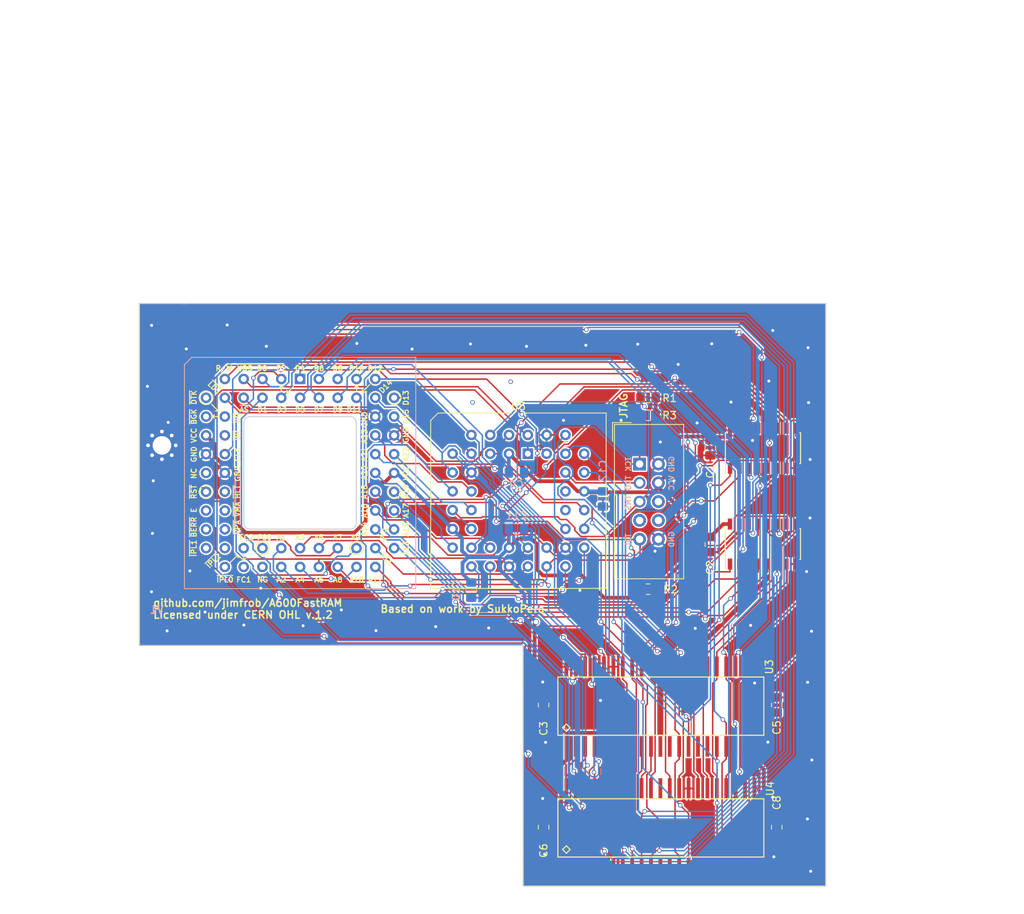
<source format=kicad_pcb>
(kicad_pcb (version 20221018) (generator pcbnew)
  (title_block (title "A600FastRAM") (date "2024-02-23") (rev "5") (company "jimfrob") (comment 1 "Based on work by SukkoPera") (comment 2 "Based on work by Kipper2K") (comment 3 "Original design by lvd/NedoPC") (comment 4 "Licensed under CERN OHL v.1.2"))
  (layers (0 "F.Cu" signal) (31 "B.Cu" signal) (36 "B.SilkS" user "B.Silkscreen") (37 "F.SilkS" user "F.Silkscreen") (38 "B.Mask" user) (39 "F.Mask" user) (44 "Edge.Cuts" user))
  (net 0 "")
  (net 1 "/d3")
  (net 2 "/d1")
  (net 3 "/~{as}")
  (net 4 "/~{lds}")
  (net 5 "/d5")
  (net 6 "/d7")
  (net 7 "/d9")
  (net 8 "/d11")
  (net 9 "/d4")
  (net 10 "/d2")
  (net 11 "/d0")
  (net 12 "/~{uds}")
  (net 13 "/r~{w}")
  (net 14 "/d6")
  (net 15 "/d8")
  (net 16 "/d10")
  (net 17 "/clk")
  (net 18 "GND")
  (net 19 "VCC")
  (net 20 "/~{reset}")
  (net 21 "/a1")
  (net 22 "/a3")
  (net 23 "/a5")
  (net 24 "/a7")
  (net 25 "/a9")
  (net 26 "/a11")
  (net 27 "/a13")
  (net 28 "/a2")
  (net 29 "/a4")
  (net 30 "/a6")
  (net 31 "/a8")
  (net 32 "/a10")
  (net 33 "/a12")
  (net 34 "/a14")
  (net 35 "/a16")
  (net 36 "/a18")
  (net 37 "/a20")
  (net 38 "/a21")
  (net 39 "/a23")
  (net 40 "/d14")
  (net 41 "/d12")
  (net 42 "/a15")
  (net 43 "/a17")
  (net 44 "/a19")
  (net 45 "/a22")
  (net 46 "/d15")
  (net 47 "/d13")
  (net 48 "/jtag_tms")
  (net 49 "/jtag_tdi")
  (net 50 "/jtag_tck")
  (net 51 "/ma0")
  (net 52 "/~{ucas}")
  (net 53 "/ma1")
  (net 54 "/jtag_tdo")
  (net 55 "/~{ras3}")
  (net 56 "/mux_switch")
  (net 57 "/~{ras2}")
  (net 58 "/~{lcas}")
  (net 59 "/ma2")
  (net 60 "/ma3")
  (net 61 "/ma4")
  (net 62 "/ma5")
  (net 63 "/ma9")
  (net 64 "/ma8")
  (net 65 "/ma7")
  (net 66 "/ma6")
  (footprint "Symbol:OSHW-Logo2_7.3x6mm_Copper" (layer "F.Cu") (at 117.094 85.852)
    (fp_text reference "P99" hide)
    (fp_text value "OSHW_LOGO" hide)
  )
  (footprint "Resistor_SMD:R_0805_2012Metric_Pad1.15x1.40mm_HandSolder" (layer "F.Cu") (at 179.709 95.504 180)
    (fp_text reference "R1")
    (fp_text value "10k")
  )
  (footprint "Resistor_SMD:R_0805_2012Metric_Pad1.15x1.40mm_HandSolder" (layer "F.Cu") (at 179.709 121.42 180)
    (fp_text reference "R2")
    (fp_text value "10k")
  )
  (footprint "Resistor_SMD:R_0805_2012Metric_Pad1.15x1.40mm_HandSolder" (layer "F.Cu") (at 179.709 97.925 180)
    (fp_text reference "R3")
    (fp_text value "10k")
  )
  (footprint "Connector_IDC:IDC-Header_2x05_P2.54mm_Vertical" (layer "F.Cu") (at 178.564 104.505)
    (fp_text reference "P1" hide)
    (fp_text value "JTAG_CONNECTOR")
  )
  (footprint "Capacitor_SMD:C_0805_2012Metric_Pad1.15x1.40mm_HandSolder" (layer "F.Cu") (at 188.1154 102.3062 -90)
    (fp_text reference "C1")
    (fp_text value "100n")
  )
  (footprint "Capacitor_SMD:C_0805_2012Metric_Pad1.15x1.40mm_HandSolder" (layer "F.Cu") (at 188.1234 115.3762 -90)
    (fp_text reference "C2")
    (fp_text value "100n")
  )
  (footprint "Capacitor_SMD:C_0805_2012Metric_Pad1.15x1.40mm_HandSolder" (layer "F.Cu") (at 165.5937 137.067 90)
    (fp_text reference "C3")
    (fp_text value "100n")
  )
  (footprint "Capacitor_SMD:C_0805_2012Metric_Pad1.15x1.40mm_HandSolder" (layer "F.Cu") (at 197.0897 137.067 90)
    (fp_text reference "C5")
    (fp_text value "100n")
  )
  (footprint "Capacitor_SMD:C_0805_2012Metric_Pad1.15x1.40mm_HandSolder" (layer "F.Cu") (at 165.5937 153.577 90)
    (fp_text reference "C6")
    (fp_text value "100n")
  )
  (footprint "Capacitor_SMD:C_0805_2012Metric_Pad1.15x1.40mm_HandSolder" (layer "F.Cu") (at 197.0897 153.577 90)
    (fp_text reference "C8")
    (fp_text value "100n")
  )
  (footprint "OpenAmiga600FastRamExpansion:SOJ-42-LongPads" (layer "F.Cu") (at 181.3687 153.547)
    (fp_text reference "U4")
    (fp_text value "HYB5118160BSJ")
  )
  (footprint "Package_SO:SOIC-16_3.9x9.9mm_P1.27mm" (layer "F.Cu") (at 195.2154 115.316 90)
    (fp_text reference "U1" hide)
    (fp_text value "74LS157")
  )
  (footprint "Package_SO:SOIC-16_3.9x9.9mm_P1.27mm" (layer "F.Cu") (at 195.2244 102.362 90)
    (fp_text reference "U2" hide)
    (fp_text value "74LS157")
  )
  (footprint "OpenAmiga600FastRamExpansion:SOJ-42-LongPads" (layer "F.Cu") (at 181.3687 137.0925)
    (fp_text reference "U3")
    (fp_text value "HYB5118160BSJ")
  )
  (footprint "Package_LCC:PLCC-44_THT-Socket" (layer "F.Cu") (at 163.466 103.11)
    (fp_text reference "U5")
    (fp_text value "ATF1502AS-10JU44")
  )
  (footprint "OpenAmiga600FastRamExpansion:PLCC-68_THT-SocketUpsideDown" (layer "F.Cu") (at 132.706 93.01)
    (fp_text reference "J1" hide)
    (fp_text value "MC68000_PLCC68")
  )
  (footprint "MountingHole:MountingHole_2.5mm_Pad_Via" (layer "F.Cu") (at 114.046 101.981)
    (fp_text reference "P98" hide)
    (fp_text value "SCREW_HOLE")
  )
  (footprint "Capacitor_SMD:C_0805_2012Metric_Pad1.15x1.40mm_HandSolder" (layer "B.Cu") (at 161.925 105.664)
    (fp_text reference "C9")
    (fp_text value "100n")
  )
  (footprint "Capacitor_SMD:C_0805_2012Metric_Pad1.15x1.40mm_HandSolder" (layer "B.Cu") (at 155.831 121.547 -90)
    (fp_text reference "C10")
    (fp_text value "100n")
  )
  (footprint "Capacitor_SMD:C_0805_2012Metric_Pad1.15x1.40mm_HandSolder" (layer "B.Cu") (at 161.925 113.284)
    (fp_text reference "C11")
    (fp_text value "100n")
  )
  (footprint "Capacitor_SMD:C_0805_2012Metric_Pad1.15x1.40mm_HandSolder" (layer "B.Cu") (at 173.609 109.22 -90)
    (fp_text reference "C12")
    (fp_text value "100n")
  )
  (gr_line (start 125.9 98.1) (end 139.5 98.1) (stroke (width 0.15)) (layer "Edge.Cuts"))
  (gr_line (start 125.1 112.5) (end 125.1 98.9) (stroke (width 0.15)) (layer "Edge.Cuts"))
  (gr_line (start 162.833685 161.544) (end 203.708 161.544) (stroke (width 0.15)) (layer "Edge.Cuts"))
  (gr_line (start 110.999 82.804) (end 203.708 82.804) (stroke (width 0.15)) (layer "Edge.Cuts"))
  (gr_line (start 162.833685 161.544) (end 162.814 129.032) (stroke (width 0.15)) (layer "Edge.Cuts"))
  (gr_arc (start 140.3 112.5) (mid 140.065685 113.065685) (end 139.5 113.3) (stroke (width 0.15)) (layer "Edge.Cuts"))
  (gr_line (start 140.3 98.9) (end 140.3 112.5) (stroke (width 0.15)) (layer "Edge.Cuts"))
  (gr_arc (start 139.5 98.1) (mid 140.065685 98.334315) (end 140.3 98.9) (stroke (width 0.15)) (layer "Edge.Cuts"))
  (gr_line (start 203.708 82.804) (end 203.708 161.544) (stroke (width 0.15)) (layer "Edge.Cuts"))
  (gr_line (start 110.998 129.032) (end 162.814 129.032) (stroke (width 0.15)) (layer "Edge.Cuts"))
  (gr_arc (start 125.9 113.3) (mid 125.334315 113.065685) (end 125.1 112.5) (stroke (width 0.15)) (layer "Edge.Cuts"))
  (gr_line (start 110.999 82.804) (end 110.998 129.032) (stroke (width 0.15)) (layer "Edge.Cuts"))
  (gr_arc (start 125.1 98.9) (mid 125.334315 98.334315) (end 125.9 98.1) (stroke (width 0.15)) (layer "Edge.Cuts"))
  (gr_line (start 139.5 113.3) (end 125.9 113.3) (stroke (width 0.15)) (layer "Edge.Cuts"))
  (gr_text "TCK" (at 177.038 104.521 90) (layer "B.SilkS") (effects (font (size 0.7 0.7)) (justify mirror)))
  (gr_text "TDO" (at 177.038 107.061 90) (layer "B.SilkS") (effects (font (size 0.7 0.7)) (justify mirror)))
  (gr_text "TMS" (at 177.038 109.728 90) (layer "B.SilkS") (effects (font (size 0.7 0.7)) (justify mirror)))
  (gr_text "TDI" (at 177.038 114.681 90) (layer "B.SilkS") (effects (font (size 0.7 0.7)) (justify mirror)))
  (gr_text "GND" (at 182.88 114.681 90) (layer "B.SilkS") (effects (font (size 0.7 0.7)) (justify mirror)))
  (gr_text "GND" (at 182.88 104.521 90) (layer "B.SilkS") (effects (font (size 0.7 0.7)) (justify mirror)))
  (gr_text "VCC" (at 182.88 107.061 90) (layer "B.SilkS") (effects (font (size 0.7 0.7)) (justify mirror)))
  (gr_text "V1" (at 113.3495 124.214) (layer "B.SilkS") (effects (font (size 1 1) (thickness 0.2)) (justify mirror)))
  (gr_text "~{RST}" (at 118.364 108.2675 90) (layer "F.SilkS") (effects (font (size 0.7 0.7))))
  (gr_text "GND" (at 124.2695 105.791 90) (layer "F.SilkS") (effects (font (size 0.7 0.7))))
  (gr_text "GND" (at 118.364 103.1875 90) (layer "F.SilkS") (effects (font (size 0.7 0.7))))
  (gr_text "VCC" (at 118.364 100.6475 90) (layer "F.SilkS") (effects (font (size 0.7 0.7))))
  (gr_text "CLK" (at 124.2695 103.1875 90) (layer "F.SilkS") (effects (font (size 0.7 0.7))))
  (gr_text "NC" (at 118.364 105.791 90) (layer "F.SilkS") (effects (font (size 0.7 0.7))))
  (gr_text "~{BGK}" (at 118.364 98.1075 90) (layer "F.SilkS") (effects (font (size 0.7 0.7))))
  (gr_text "~{DTK}" (at 118.364 95.504 90) (layer "F.SilkS") (effects (font (size 0.7 0.7))))
  (gr_text "~{BR}" (at 124.2695 100.6475 90) (layer "F.SilkS") (effects (font (size 0.7 0.7))))
  (gr_text "~{BG}" (at 124.2695 98.298 90) (layer "F.SilkS") (effects (font (size 0.7 0.7))))
  (gr_text "R/~{W}" (at 122.428 91.567) (layer "F.SilkS") (effects (font (size 0.7 0.7))))
  (gr_text "~{LDS}" (at 121.1072 94.1832 315) (layer "F.SilkS") (effects (font (size 0.7 0.7))))
  (gr_text "~{UDS}" (at 125.222 91.567) (layer "F.SilkS") (effects (font (size 0.7 0.7))))
  (gr_text "~{AS}" (at 125.1585 97.155) (layer "F.SilkS") (effects (font (size 0.7 0.7))))
  (gr_text "D0" (at 127.5715 91.567) (layer "F.SilkS") (effects (font (size 0.7 0.7))))
  (gr_text "D2" (at 130.175 91.567) (layer "F.SilkS") (effects (font (size 0.7 0.7))))
  (gr_text "D3" (at 130.2385 97.155) (layer "F.SilkS") (effects (font (size 0.7 0.7))))
  (gr_text "D1" (at 127.635 97.155) (layer "F.SilkS") (effects (font (size 0.7 0.7))))
  (gr_text "D5" (at 132.715 97.155) (layer "F.SilkS") (effects (font (size 0.7 0.7))))
  (gr_text "D7" (at 135.255 97.155) (layer "F.SilkS") (effects (font (size 0.7 0.7))))
  (gr_text "D9" (at 137.795 97.155) (layer "F.SilkS") (effects (font (size 0.7 0.7))))
  (gr_text "D11" (at 140.0175 97.155) (layer "F.SilkS") (effects (font (size 0.7 0.7))))
  (gr_text "D6" (at 135.255 91.567) (layer "F.SilkS") (effects (font (size 0.7 0.7))))
  (gr_text "D4" (at 132.715 91.567) (layer "F.SilkS") (effects (font (size 0.7 0.7))))
  (gr_text "D8" (at 137.795 91.567) (layer "F.SilkS") (effects (font (size 0.7 0.7))))
  (gr_text "D10" (at 140.335 91.567) (layer "F.SilkS") (effects (font (size 0.7 0.7))))
  (gr_text "D12" (at 142.875 91.567) (layer "F.SilkS") (effects (font (size 0.7 0.7))))
  (gr_text "E" (at 118.364 110.744 90) (layer "F.SilkS") (effects (font (size 0.7 0.7))))
  (gr_text "~{IPL1}" (at 118.364 115.8875 90) (layer "F.SilkS") (effects (font (size 0.7 0.7))))
  (gr_text "~{BERR}" (at 118.364 113.03 90) (layer "F.SilkS") (effects (font (size 0.7 0.7))))
  (gr_text "~{VMA}" (at 124.2695 110.617 90) (layer "F.SilkS") (effects (font (size 0.7 0.7))))
  (gr_text "~{HLT}" (at 124.2695 108.2675 90) (layer "F.SilkS") (effects (font (size 0.7 0.7))))
  (gr_text "~{VPA}" (at 124.2695 113.03 90) (layer "F.SilkS") (effects (font (size 0.7 0.7))))
  (gr_text "A1" (at 130.175 114.427) (layer "F.SilkS") (effects (font (size 0.7 0.7))))
  (gr_text "FC0" (at 127.889 114.427) (layer "F.SilkS") (effects (font (size 0.7 0.7))))
  (gr_text "FC2" (at 125.476 114.427) (layer "F.SilkS") (effects (font (size 0.7 0.7))))
  (gr_text "A5" (at 135.255 114.427) (layer "F.SilkS") (effects (font (size 0.7 0.7))))
  (gr_text "A7" (at 137.795 114.427) (layer "F.SilkS") (effects (font (size 0.7 0.7))))
  (gr_text "A9" (at 140.208 114.427) (layer "F.SilkS") (effects (font (size 0.7 0.7))))
  (gr_text "A6" (at 135.255 120.142) (layer "F.SilkS") (effects (font (size 0.7 0.7))))
  (gr_text "A10" (at 140.335 120.142) (layer "F.SilkS") (effects (font (size 0.7 0.7))))
  (gr_text "A2" (at 130.175 120.142) (layer "F.SilkS") (effects (font (size 0.7 0.7))))
  (gr_text "A4" (at 132.715 120.142) (layer "F.SilkS") (effects (font (size 0.7 0.7))))
  (gr_text "A8" (at 137.795 120.142) (layer "F.SilkS") (effects (font (size 0.7 0.7))))
  (gr_text "FC1" (at 125.095 120.142) (layer "F.SilkS") (effects (font (size 0.7 0.7))))
  (gr_text "NC" (at 127.635 120.142) (layer "F.SilkS") (effects (font (size 0.7 0.7))))
  (gr_text "~{IPL0}" (at 122.555 120.142) (layer "F.SilkS") (effects (font (size 0.7 0.7))))
  (gr_text "A12" (at 142.875 120.142) (layer "F.SilkS") (effects (font (size 0.7 0.7))))
  (gr_text "~{IPL2}" (at 121.031 117.602 45) (layer "F.SilkS") (effects (font (size 0.7 0.7))))
  (gr_text "A11" (at 144.399 117.348 315) (layer "F.SilkS") (effects (font (size 0.7 0.7))))
  (gr_text "A13" (at 147.0025 115.8875 90) (layer "F.SilkS") (effects (font (size 0.7 0.7))))
  (gr_text "A15" (at 147.0025 113.3475 90) (layer "F.SilkS") (effects (font (size 0.7 0.7))))
  (gr_text "A17" (at 147.0025 110.8075 90) (layer "F.SilkS") (effects (font (size 0.7 0.7))))
  (gr_text "A19" (at 147.0025 108.204 90) (layer "F.SilkS") (effects (font (size 0.7 0.7))))
  (gr_text "A16" (at 141.4145 110.8075 90) (layer "F.SilkS") (effects (font (size 0.7 0.7))))
  (gr_text "VCC" (at 147.0025 105.7275 90) (layer "F.SilkS") (effects (font (size 0.7 0.7))))
  (gr_text "A18" (at 141.4145 108.2675 90) (layer "F.SilkS") (effects (font (size 0.7 0.7))))
  (gr_text "A14" (at 141.351 113.284 90) (layer "F.SilkS") (effects (font (size 0.7 0.7))))
  (gr_text "A20" (at 141.4145 105.664 90) (layer "F.SilkS") (effects (font (size 0.7 0.7))))
  (gr_text "A23" (at 141.4145 100.7745 90) (layer "F.SilkS") (effects (font (size 0.7 0.7))))
  (gr_text "A21" (at 141.4145 103.1875 90) (layer "F.SilkS") (effects (font (size 0.7 0.7))))
  (gr_text "A22" (at 147.0025 103.1875 90) (layer "F.SilkS") (effects (font (size 0.7 0.7))))
  (gr_text "GND" (at 147.0025 100.584 90) (layer "F.SilkS") (effects (font (size 0.7 0.7))))
  (gr_text "GND" (at 141.4145 98.4885 90) (layer "F.SilkS") (effects (font (size 0.7 0.7))))
  (gr_text "D15" (at 147.0025 98.1075 90) (layer "F.SilkS") (effects (font (size 0.7 0.7))))
  (gr_text "D13" (at 147.0025 95.5675 90) (layer "F.SilkS") (effects (font (size 0.7 0.7))))
  (gr_text "D14" (at 144.272 94.0308 45) (layer "F.SilkS") (effects (font (size 0.7 0.7))))
  (gr_text "JTAG" (at 176.403 96.647 90) (layer "F.SilkS") (effects (font (size 1 1) (thickness 0.2))))
  (gr_text "Based on work by SukkoPera\n" (at 165.862 124.079) (layer "F.SilkS") (effects (font (size 1 1) (thickness 0.2)) (justify right)))
  (gr_text "A3" (at 132.715 114.427) (layer "F.SilkS") (effects (font (size 0.7 0.7))))
  (gr_text "github.com/jimfrob/A600FastRAM\nLicensed under CERN OHL v.1.2" (at 112.776 124.079) (layer "F.SilkS") (effects (font (size 1 1) (thickness 0.2)) (justify left)))
  (segment (start 173.799 156.8267) (end 173.7487 156.877) (width 0.2) (layer "F.Cu") (net 1))
  (segment (start 173.1928 145.5505) (end 173.2124 145.5505) (width 0.2) (layer "F.Cu") (net 1))
  (segment (start 173.6357 144.953) (end 173.6357 144.4764) (width 0.2) (layer "F.Cu") (net 1))
  (segment (start 173.7487 159.127) (end 173.7487 157.4361) (width 0.2) (layer "F.Cu") (net 1))
  (segment (start 173.1928 156.2205) (end 173.1928 145.5505) (width 0.2) (layer "F.Cu") (net 1))
  (segment (start 173.565 145.1979) (end 173.565 145.0237) (width 0.2) (layer "F.Cu") (net 1))
  (segment (start 173.2124 145.5505) (end 173.565 145.1979) (width 0.2) (layer "F.Cu") (net 1))
  (segment (start 173.6357 144.4764) (end 173.7487 144.3634) (width 0.2) (layer "F.Cu") (net 1))
  (segment (start 173.565 145.0237) (end 173.6357 144.953) (width 0.2) (layer "F.Cu") (net 1))
  (segment (start 173.7487 142.6725) (end 173.7487 144.3634) (width 0.2) (layer "F.Cu") (net 1))
  (segment (start 173.7487 156.877) (end 173.7487 157.4361) (width 0.2) (layer "F.Cu") (net 1))
  (segment (start 173.799 156.8267) (end 173.1928 156.2205) (width 0.2) (layer "F.Cu") (net 1))
  (via (at 173.799 156.8267) (size 0.6) (drill 0.4) (layers "F.Cu" "B.Cu") (net 1))
  (segment (start 199.3805 90.7885) (end 199.3805 143.732) (width 0.2) (layer "B.Cu") (net 1))
  (segment (start 131.6016 94.1144) (end 131.6016 92.2604) (width 0.2) (layer "B.Cu") (net 1))
  (segment (start 131.6016 92.2604) (end 139.5108 84.3512) (width 0.2) (layer "B.Cu") (net 1))
  (segment (start 139.5108 84.3512) (end 192.9432 84.3512) (width 0.2) (layer "B.Cu") (net 1))
  (segment (start 199.3805 143.732) (end 184.8848 158.2277) (width 0.2) (layer "B.Cu") (net 1))
  (segment (start 192.9432 84.3512) (end 199.3805 90.7885) (width 0.2) (layer "B.Cu") (net 1))
  (segment (start 130.166 95.55) (end 131.6016 94.1144) (width 0.2) (layer "B.Cu") (net 1))
  (segment (start 184.8848 158.2277) (end 175.2 158.2277) (width 0.2) (layer "B.Cu") (net 1))
  (segment (start 175.2 158.2277) (end 173.799 156.8267) (width 0.2) (layer "B.Cu") (net 1))
  (segment (start 171.2087 142.6725) (end 171.2087 144.3634) (width 0.2) (layer "F.Cu") (net 2))
  (segment (start 171.2087 159.127) (end 171.2087 157.4361) (width 0.2) (layer "F.Cu") (net 2))
  (segment (start 171.2087 157.4361) (end 170.7991 157.0265) (width 0.2) (layer "F.Cu") (net 2))
  (segment (start 170.6528 144.9193) (end 171.2087 144.3634) (width 0.2) (layer "F.Cu") (net 2))
  (segment (start 170.6528 150.5838) (end 170.6528 144.9193) (width 0.2) (layer "F.Cu") (net 2))
  (segment (start 170.7991 157.0265) (end 170.7991 150.7301) (width 0.2) (layer "F.Cu") (net 2))
  (segment (start 170.7991 150.7301) (end 170.6528 150.5838) (width 0.2) (layer "F.Cu") (net 2))
  (via (at 170.7991 150.7301) (size 0.6) (drill 0.4) (layers "F.Cu" "B.Cu") (net 2))
  (segment (start 128.6703 117.9808) (end 127.8622 117.1727) (width 0.2) (layer "B.Cu") (net 2))
  (segment (start 170.7991 150.7301) (end 168.5734 148.5044) (width 0.2) (layer "B.Cu") (net 2))
  (segment (start 127.4948 117.1727) (end 126.3561 116.034) (width 0.2) (layer "B.Cu") (net 2))
  (segment (start 126.3561 116.034) (end 126.3561 115.259) (width 0.2) (layer "B.Cu") (net 2))
  (segment (start 127.8622 117.1727) (end 127.4948 117.1727) (width 0.2) (layer "B.Cu") (net 2))
  (segment (start 126.3561 115.259) (end 124.7847 113.6876) (width 0.2) (layer "B.Cu") (net 2))
  (segment (start 138.0218 128.3545) (end 128.6703 119.003) (width 0.2) (layer "B.Cu") (net 2))
  (segment (start 168.5734 134.2811) (end 162.6468 128.3545) (width 0.2) (layer "B.Cu") (net 2))
  (segment (start 124.7847 113.6876) (end 124.7847 98.3913) (width 0.2) (layer "B.Cu") (net 2))
  (segment (start 162.6468 128.3545) (end 138.0218 128.3545) (width 0.2) (layer "B.Cu") (net 2))
  (segment (start 124.7847 98.3913) (end 127.626 95.55) (width 0.2) (layer "B.Cu") (net 2))
  (segment (start 168.5734 148.5044) (end 168.5734 134.2811) (width 0.2) (layer "B.Cu") (net 2))
  (segment (start 128.6703 119.003) (end 128.6703 117.9808) (width 0.2) (layer "B.Cu") (net 2))
  (segment (start 143.03 96.82) (end 126.356 96.82) (width 0.2) (layer "F.Cu") (net 3))
  (segment (start 151.0606 104.1232) (end 146.2974 99.36) (width 0.2) (layer "F.Cu") (net 3))
  (segment (start 144.136 97.926) (end 143.03 96.82) (width 0.2) (layer "F.Cu") (net 3))
  (segment (start 157.116 102.9066) (end 157.116 103.274) (width 0.2) (layer "F.Cu") (net 3))
  (segment (start 146.2974 99.36) (end 145.2026 99.36) (width 0.2) (layer "F.Cu") (net 3))
  (segment (start 159.656 101.84) (end 158.1826 101.84) (width 0.2) (layer "F.Cu") (net 3))
  (segment (start 126.356 96.82) (end 125.086 95.55) (width 0.2) (layer "F.Cu") (net 3))
  (segment (start 158.1826 101.84) (end 157.116 102.9066) (width 0.2) (layer "F.Cu") (net 3))
  (segment (start 144.136 98.2934) (end 144.136 97.926) (width 0.2) (layer "F.Cu") (net 3))
  (segment (start 157.116 103.274) (end 156.2668 104.1232) (width 0.2) (layer "F.Cu") (net 3))
  (segment (start 145.2026 99.36) (end 144.136 98.2934) (width 0.2) (layer "F.Cu") (net 3))
  (segment (start 160.926 100.57) (end 159.656 101.84) (width 0.2) (layer "F.Cu") (net 3))
  (segment (start 156.2668 104.1232) (end 151.0606 104.1232) (width 0.2) (layer "F.Cu") (net 3))
  (segment (start 158.7473 104.5201) (end 158.7422 104.5252) (width 0.2) (layer "F.Cu") (net 4))
  (segment (start 170.0729 109.7169) (end 165.4449 109.7169) (width 0.2) (layer "F.Cu") (net 4))
  (segment (start 165.4449 109.7169) (end 160.2481 104.5201) (width 0.2) (layer "F.Cu") (net 4))
  (segment (start 145.242 101.9) (end 144.136 100.794) (width 0.2) (layer "F.Cu") (net 4))
  (segment (start 140.7334 97.5726) (end 124.5686 97.5726) (width 0.2) (layer "F.Cu") (net 4))
  (segment (start 158.7422 104.5252) (end 149.7444 104.5252) (width 0.2) (layer "F.Cu") (net 4))
  (segment (start 149.7444 104.5252) (end 147.1192 101.9) (width 0.2) (layer "F.Cu") (net 4))
  (segment (start 142.5208 99.36) (end 140.7334 97.5726) (width 0.2) (layer "F.Cu") (net 4))
  (segment (start 144.136 100.4266) (end 143.0694 99.36) (width 0.2) (layer "F.Cu") (net 4))
  (segment (start 143.0694 99.36) (end 142.5208 99.36) (width 0.2) (layer "F.Cu") (net 4))
  (segment (start 124.5686 97.5726) (end 122.546 95.55) (width 0.2) (layer "F.Cu") (net 4))
  (segment (start 160.2481 104.5201) (end 158.7473 104.5201) (width 0.2) (layer "F.Cu") (net 4))
  (segment (start 147.1192 101.9) (end 145.242 101.9) (width 0.2) (layer "F.Cu") (net 4))
  (segment (start 171.086 110.73) (end 170.0729 109.7169) (width 0.2) (layer "F.Cu") (net 4))
  (segment (start 144.136 100.794) (end 144.136 100.4266) (width 0.2) (layer "F.Cu") (net 4))
  (segment (start 177.5587 157.4361) (end 177.5587 156.5117) (width 0.2) (layer "F.Cu") (net 5))
  (segment (start 177.5587 146.0868) (end 177.5587 142.6725) (width 0.2) (layer "F.Cu") (net 5))
  (segment (start 176.9682 155.9212) (end 176.9682 146.6773) (width 0.2) (layer "F.Cu") (net 5))
  (segment (start 176.9682 146.6773) (end 177.5587 146.0868) (width 0.2) (layer "F.Cu") (net 5))
  (segment (start 177.5587 156.5117) (end 176.9682 155.9212) (width 0.2) (layer "F.Cu") (net 5))
  (segment (start 177.5587 159.127) (end 177.5587 157.4361) (width 0.2) (layer "F.Cu") (net 5))
  (via (at 177.5587 156.5117) (size 0.6) (drill 0.4) (layers "F.Cu" "B.Cu") (net 5))
  (segment (start 198.5153 143.3895) (end 198.5153 91.1541) (width 0.2) (layer "B.Cu") (net 5))
  (segment (start 198.5153 91.1541) (end 192.5775 85.2163) (width 0.2) (layer "B.Cu") (net 5))
  (segment (start 140.9373 85.2163) (end 133.7545 92.3991) (width 0.2) (layer "B.Cu") (net 5))
  (segment (start 177.5587 156.5117) (end 178.4455 157.3985) (width 0.2) (layer "B.Cu") (net 5))
  (segment (start 178.4455 157.3985) (end 184.5063 157.3985) (width 0.2) (layer "B.Cu") (net 5))
  (segment (start 133.7545 94.5015) (end 132.706 95.55) (width 0.2) (layer "B.Cu") (net 5))
  (segment (start 184.5063 157.3985) (end 198.5153 143.3895) (width 0.2) (layer "B.Cu") (net 5))
  (segment (start 133.7545 92.3991) (end 133.7545 94.5015) (width 0.2) (layer "B.Cu") (net 5))
  (segment (start 192.5775 85.2163) (end 140.9373 85.2163) (width 0.2) (layer "B.Cu") (net 5))
  (segment (start 179.5428 146.5093) (end 179.5428 150.8971) (width 0.2) (layer "F.Cu") (net 6))
  (segment (start 180.0987 145.9534) (end 179.5428 146.5093) (width 0.2) (layer "F.Cu") (net 6))
  (segment (start 180.0987 157.4361) (end 180.7827 156.7521) (width 0.2) (layer "F.Cu") (net 6))
  (segment (start 180.7827 156.7521) (end 181.2374 156.7521) (width 0.2) (layer "F.Cu") (net 6))
  (segment (start 179.5428 150.8971) (end 181.2374 152.5917) (width 0.2) (layer "F.Cu") (net 6))
  (segment (start 180.0987 159.127) (end 180.0987 157.4361) (width 0.2) (layer "F.Cu") (net 6))
  (segment (start 181.2374 152.5917) (end 181.2374 156.7521) (width 0.2) (layer "F.Cu") (net 6))
  (segment (start 180.0987 142.6725) (end 180.0987 145.9534) (width 0.2) (layer "F.Cu") (net 6))
  (via (at 181.2374 156.7521) (size 0.6) (drill 0.4) (layers "F.Cu" "B.Cu") (net 6))
  (segment (start 198.0772 143.2593) (end 198.0772 91.3019) (width 0.2) (layer "B.Cu") (net 6))
  (segment (start 192.3996 85.6243) (end 141.1435 85.6243) (width 0.2) (layer "B.Cu") (net 6))
  (segment (start 198.0772 91.3019) (end 192.3996 85.6243) (width 0.2) (layer "B.Cu") (net 6))
  (segment (start 181.2374 156.7521) (end 184.5844 156.7521) (width 0.2) (layer "B.Cu") (net 6))
  (segment (start 134.1918 92.576) (end 134.1918 94.4958) (width 0.2) (layer "B.Cu") (net 6))
  (segment (start 134.1918 94.4958) (end 135.246 95.55) (width 0.2) (layer "B.Cu") (net 6))
  (segment (start 184.5844 156.7521) (end 198.0772 143.2593) (width 0.2) (layer "B.Cu") (net 6))
  (segment (start 141.1435 85.6243) (end 134.1918 92.576) (width 0.2) (layer "B.Cu") (net 6))
  (segment (start 178.8287 131.8935) (end 178.8287 133.5844) (width 0.2) (layer "F.Cu") (net 7))
  (segment (start 178.8287 146.6531) (end 178.8287 146.6571) (width 0.2) (layer "F.Cu") (net 7))
  (segment (start 178.8287 129.3611) (end 178.8287 131.8935) (width 0.2) (layer "F.Cu") (net 7))
  (segment (start 178.8287 148.348) (end 178.8287 146.6571) (width 0.2) (layer "F.Cu") (net 7))
  (segment (start 179.6075 134.3632) (end 179.6075 136.9289) (width 0.2) (layer "F.Cu") (net 7))
  (segment (start 179.6075 136.9289) (end 179.3846 137.1518) (width 0.2) (layer "F.Cu") (net 7))
  (segment (start 182.3568 125.833) (end 178.8287 129.3611) (width 0.2) (layer "F.Cu") (net 7))
  (segment (start 185.0823 101.5497) (end 185.0823 110.8962) (width 0.2) (layer "F.Cu") (net 7))
  (segment (start 178.8287 133.5844) (end 179.6075 134.3632) (width 0.2) (layer "F.Cu") (net 7))
  (segment (start 179.3846 146.0972) (end 178.8287 146.6531) (width 0.2) (layer "F.Cu") (net 7))
  (segment (start 179.3846 137.1518) (end 179.3846 146.0972) (width 0.2) (layer "F.Cu") (net 7))
  (segment (start 185.0823 110.8962) (end 184.5479 111.4306) (width 0.2) (layer "F.Cu") (net 7))
  (via (at 185.0823 101.5497) (size 0.6) (drill 0.4) (layers "F.Cu" "B.Cu") (net 7))
  (via (at 182.3568 125.833) (size 0.6) (drill 0.4) (layers "F.Cu" "B.Cu") (net 7))
  (via (at 184.5479 111.4306) (size 0.6) (drill 0.4) (layers "F.Cu" "B.Cu") (net 7))
  (segment (start 185.0823 101.1775) (end 185.0823 101.5497) (width 0.2) (layer "B.Cu") (net 7))
  (segment (start 174.2374 90.6158) (end 178.3633 94.7417) (width 0.2) (layer "B.Cu") (net 7))
  (segment (start 139.056 94.28) (end 139.056 92.8097) (width 0.2) (layer "B.Cu") (net 7))
  (segment (start 141.2499 90.6158) (end 174.2374 90.6158) (width 0.2) (layer "B.Cu") (net 7))
  (segment (start 137.786 95.55) (end 139.056 94.28) (width 0.2) (layer "B.Cu") (net 7))
  (segment (start 182.3568 113.6217) (end 182.3568 125.833) (width 0.2) (layer "B.Cu") (net 7))
  (segment (start 184.5479 111.4306) (end 182.3568 113.6217) (width 0.2) (layer "B.Cu") (net 7))
  (segment (start 139.056 92.8097) (end 141.2499 90.6158) (width 0.2) (layer "B.Cu") (net 7))
  (segment (start 178.3633 94.7417) (end 178.6465 94.7417) (width 0.2) (layer "B.Cu") (net 7))
  (segment (start 178.6465 94.7417) (end 185.0823 101.1775) (width 0.2) (layer "B.Cu") (net 7))
  (segment (start 172.4948 126.4087) (end 166.1965 126.4087) (width 0.2) (layer "F.Cu") (net 8))
  (segment (start 146.0313 125.1202) (end 141.8657 120.9546) (width 0.2) (layer "F.Cu") (net 8))
  (segment (start 162.7046 125.0646) (end 162.2061 125.0646) (width 0.2) (layer "F.Cu") (net 8))
  (segment (start 176.8446 134.1403) (end 176.2887 133.5844) (width 0.2) (layer "F.Cu") (net 8))
  (segment (start 164.9095 125.1217) (end 162.7617 125.1217) (width 0.2) (layer "F.Cu") (net 8))
  (segment (start 162.1505 125.1202) (end 146.0313 125.1202) (width 0.2) (layer "F.Cu") (net 8))
  (segment (start 176.2887 130.2026) (end 172.4948 126.4087) (width 0.2) (layer "F.Cu") (net 8))
  (segment (start 176.2887 146.6571) (end 176.8446 146.1012) (width 0.2) (layer "F.Cu") (net 8))
  (segment (start 162.7617 125.1217) (end 162.7046 125.0646) (width 0.2) (layer "F.Cu") (net 8))
  (segment (start 176.8446 146.1012) (end 176.8446 134.1403) (width 0.2) (layer "F.Cu") (net 8))
  (segment (start 166.1965 126.4087) (end 164.9095 125.1217) (width 0.2) (layer "F.Cu") (net 8))
  (segment (start 176.2887 148.348) (end 176.2887 146.6571) (width 0.2) (layer "F.Cu") (net 8))
  (segment (start 176.2887 131.8935) (end 176.2887 133.5844) (width 0.2) (layer "F.Cu") (net 8))
  (segment (start 162.2061 125.0646) (end 162.1505 125.1202) (width 0.2) (layer "F.Cu") (net 8))
  (segment (start 176.2887 131.8935) (end 176.2887 130.2026) (width 0.2) (layer "F.Cu") (net 8))
  (via (at 141.8657 120.9546) (size 0.6) (drill 0.4) (layers "F.Cu" "B.Cu") (net 8))
  (segment (start 140.9612 96.1852) (end 140.9612 114.8826) (width 0.2) (layer "B.Cu") (net 8))
  (segment (start 141.596 115.5174) (end 141.596 120.6849) (width 0.2) (layer "B.Cu") (net 8))
  (segment (start 140.326 95.55) (end 140.9612 96.1852) (width 0.2) (layer "B.Cu") (net 8))
  (segment (start 141.596 120.6849) (end 141.8657 120.9546) (width 0.2) (layer "B.Cu") (net 8))
  (segment (start 140.9612 114.8826) (end 141.596 115.5174) (width 0.2) (layer "B.Cu") (net 8))
  (segment (start 176.5207 156.6824) (end 176.2887 156.9144) (width 0.2) (layer "F.Cu") (net 9))
  (segment (start 175.6537 145.4017) (end 175.6537 155.8154) (width 0.2) (layer "F.Cu") (net 9))
  (segment (start 175.6537 155.8154) (end 176.5207 156.6824) (width 0.2) (layer "F.Cu") (net 9))
  (segment (start 176.2887 156.9144) (end 176.2887 157.4361) (width 0.2) (layer "F.Cu") (net 9))
  (segment (start 176.2887 159.127) (end 176.2887 157.4361) (width 0.2) (layer "F.Cu") (net 9))
  (segment (start 176.2887 142.6725) (end 176.2887 144.7667) (width 0.2) (layer "F.Cu") (net 9))
  (segment (start 176.2887 144.7667) (end 175.6537 145.4017) (width 0.2) (layer "F.Cu") (net 9))
  (via (at 176.5207 156.6824) (size 0.6) (drill 0.4) (layers "F.Cu" "B.Cu") (net 9))
  (segment (start 132.706 91.9969) (end 139.9332 84.7697) (width 0.2) (layer "B.Cu") (net 9))
  (segment (start 192.7191 84.7697) (end 198.9331 90.9837) (width 0.2) (layer "B.Cu") (net 9))
  (segment (start 177.6402 157.8019) (end 176.5207 156.6824) (width 0.2) (layer "B.Cu") (net 9))
  (segment (start 139.9332 84.7697) (end 192.7191 84.7697) (width 0.2) (layer "B.Cu") (net 9))
  (segment (start 198.9331 90.9837) (end 198.9331 143.5562) (width 0.2) (layer "B.Cu") (net 9))
  (segment (start 132.706 93.01) (end 132.706 91.9969) (width 0.2) (layer "B.Cu") (net 9))
  (segment (start 198.9331 143.5562) (end 184.6874 157.8019) (width 0.2) (layer "B.Cu") (net 9))
  (segment (start 184.6874 157.8019) (end 177.6402 157.8019) (width 0.2) (layer "B.Cu") (net 9))
  (segment (start 133.3706 125.6665) (end 162.4553 125.6665) (width 0.2) (layer "F.Cu") (net 10))
  (segment (start 172.4787 145.2367) (end 171.7755 145.9399) (width 0.2) (layer "F.Cu") (net 10))
  (segment (start 173.0338 144.7037) (end 172.4787 144.7037) (width 0.2) (layer "F.Cu") (net 10))
  (segment (start 172.4787 159.127) (end 172.4787 157.4361) (width 0.2) (layer "F.Cu") (net 10))
  (segment (start 129.8815 122.1774) (end 133.3706 125.6665) (width 0.2) (layer "F.Cu") (net 10))
  (segment (start 126.403 92.7892) (end 126.403 92.872) (width 0.2) (layer "F.Cu") (net 10))
  (segment (start 129.1529 91.9969) (end 127.1953 91.9969) (width 0.2) (layer "F.Cu") (net 10))
  (segment (start 171.7755 156.7329) (end 172.4787 157.4361) (width 0.2) (layer "F.Cu") (net 10))
  (segment (start 172.4787 144.7037) (end 172.4787 145.2367) (width 0.2) (layer "F.Cu") (net 10))
  (segment (start 127.1953 91.9969) (end 126.403 92.7892) (width 0.2) (layer "F.Cu") (net 10))
  (segment (start 172.4787 142.6725) (end 172.4787 144.7037) (width 0.2) (layer "F.Cu") (net 10))
  (segment (start 171.7755 145.9399) (end 171.7755 156.7329) (width 0.2) (layer "F.Cu") (net 10))
  (segment (start 130.166 93.01) (end 129.1529 91.9969) (width 0.2) (layer "F.Cu") (net 10))
  (via (at 129.8815 122.1774) (size 0.6) (drill 0.4) (layers "F.Cu" "B.Cu") (net 10))
  (via (at 126.403 92.872) (size 0.6) (drill 0.4) (layers "F.Cu" "B.Cu") (net 10))
  (via (at 173.0338 144.7037) (size 0.6) (drill 0.4) (layers "F.Cu" "B.Cu") (net 10))
  (via (at 162.4553 125.6665) (size 0.6) (drill 0.4) (layers "F.Cu" "B.Cu") (net 10))
  (segment (start 124.0668 116.2847) (end 124.9221 117.14) (width 0.2) (layer "B.Cu") (net 10))
  (segment (start 170.8551 145.5112) (end 172.107 146.7631) (width 0.2) (layer "B.Cu") (net 10))
  (segment (start 126.356 118.2066) (end 126.356 118.6519) (width 0.2) (layer "B.Cu") (net 10))
  (segment (start 170.8551 134.0663) (end 170.8551 145.5112) (width 0.2) (layer "B.Cu") (net 10))
  (segment (start 124.0668 98.033) (end 124.0668 116.2847) (width 0.2) (layer "B.Cu") (net 10))
  (segment (start 126.356 118.6519) (end 129.8815 122.1774) (width 0.2) (layer "B.Cu") (net 10))
  (segment (start 125.2894 117.14) (end 126.356 118.2066) (width 0.2) (layer "B.Cu") (net 10))
  (segment (start 162.4553 125.6665) (end 170.8551 134.0663) (width 0.2) (layer "B.Cu") (net 10))
  (segment (start 173.0338 146.4362) (end 173.0338 144.7037) (width 0.2) (layer "B.Cu") (net 10))
  (segment (start 172.7069 146.7631) (end 173.0338 146.4362) (width 0.2) (layer "B.Cu") (net 10))
  (segment (start 126.403 95.6968) (end 124.0668 98.033) (width 0.2) (layer "B.Cu") (net 10))
  (segment (start 172.107 146.7631) (end 172.7069 146.7631) (width 0.2) (layer "B.Cu") (net 10))
  (segment (start 124.9221 117.14) (end 125.2894 117.14) (width 0.2) (layer "B.Cu") (net 10))
  (segment (start 126.403 92.872) (end 126.403 95.6968) (width 0.2) (layer "B.Cu") (net 10))
  (segment (start 169.0815 145.2206) (end 169.0815 145.7376) (width 0.2) (layer "F.Cu") (net 11))
  (segment (start 169.0484 150.9388) (end 169.2321 150.9388) (width 0.2) (layer "F.Cu") (net 11))
  (segment (start 135.9461 127.7625) (end 136.8682 128.6846) (width 0.2) (layer "F.Cu") (net 11))
  (segment (start 163.1444 143.2924) (end 163.5197 143.6677) (width 0.2) (layer "F.Cu") (net 11))
  (segment (start 169.9387 159.127) (end 169.9387 157.4361) (width 0.2) (layer "F.Cu") (net 11))
  (segment (start 169.0799 145.7392) (end 169.0799 146.2376) (width 0.2) (layer "F.Cu") (net 11))
  (segment (start 169.2321 150.9388) (end 169.9387 151.6454) (width 0.2) (layer "F.Cu") (net 11))
  (segment (start 169.2321 146.3898) (end 169.2321 150.9388) (width 0.2) (layer "F.Cu") (net 11))
  (segment (start 169.9387 144.3634) (end 169.0815 145.2206) (width 0.2) (layer "F.Cu") (net 11))
  (segment (start 163.1444 128.8464) (end 163.1444 143.2924) (width 0.2) (layer "F.Cu") (net 11))
  (segment (start 136.8682 128.6846) (end 162.9826 128.6846) (width 0.2) (layer "F.Cu") (net 11))
  (segment (start 169.0799 146.2376) (end 169.2321 146.3898) (width 0.2) (layer "F.Cu") (net 11))
  (segment (start 162.9826 128.6846) (end 163.1444 128.8464) (width 0.2) (layer "F.Cu") (net 11))
  (segment (start 169.9387 151.6454) (end 169.9387 157.4361) (width 0.2) (layer "F.Cu") (net 11))
  (segment (start 169.9387 142.6725) (end 169.9387 144.3634) (width 0.2) (layer "F.Cu") (net 11))
  (segment (start 169.0815 145.7376) (end 169.0799 145.7392) (width 0.2) (layer "F.Cu") (net 11))
  (via (at 135.9461 127.7625) (size 0.6) (drill 0.4) (layers "F.Cu" "B.Cu") (net 11))
  (via (at 163.5197 143.6677) (size 0.6) (drill 0.4) (layers "F.Cu" "B.Cu") (net 11))
  (via (at 169.0484 150.9388) (size 0.6) (drill 0.4) (layers "F.Cu" "B.Cu") (net 11))
  (segment (start 128.6562 94.0402) (end 130.5828 94.0402) (width 0.2) (layer "B.Cu") (net 11))
  (segment (start 122.9128 91.1678) (end 121.4872 92.5934) (width 0.2) (layer "B.Cu") (net 11))
  (segment (start 130.3976 127.7625) (end 135.9461 127.7625) (width 0.2) (layer "B.Cu") (net 11))
  (segment (start 121.4872 92.5934) (end 121.4872 118.8521) (width 0.2) (layer "B.Cu") (net 11))
  (segment (start 163.5197 145.4101) (end 169.0484 150.9388) (width 0.2) (layer "B.Cu") (net 11))
  (segment (start 131.1888 93.4342) (end 131.1888 91.9784) (width 0.2) (layer "B.Cu") (net 11))
  (segment (start 130.3782 91.1678) (end 122.9128 91.1678) (width 0.2) (layer "B.Cu") (net 11))
  (segment (start 121.4872 118.8521) (end 130.3976 127.7625) (width 0.2) (layer "B.Cu") (net 11))
  (segment (start 163.5197 143.6677) (end 163.5197 145.4101) (width 0.2) (layer "B.Cu") (net 11))
  (segment (start 130.5828 94.0402) (end 131.1888 93.4342) (width 0.2) (layer "B.Cu") (net 11))
  (segment (start 127.626 93.01) (end 128.6562 94.0402) (width 0.2) (layer "B.Cu") (net 11))
  (segment (start 131.1888 91.9784) (end 130.3782 91.1678) (width 0.2) (layer "B.Cu") (net 11))
  (segment (start 156.707 94.0561) (end 163.2209 100.57) (width 0.2) (layer "F.Cu") (net 12))
  (segment (start 163.2209 100.57) (end 163.466 100.57) (width 0.2) (layer "F.Cu") (net 12))
  (segment (start 125.086 93.01) (end 126.1321 94.0561) (width 0.2) (layer "F.Cu") (net 12))
  (segment (start 126.1321 94.0561) (end 156.707 94.0561) (width 0.2) (layer "F.Cu") (net 12))
  (segment (start 183.9087 143.5179) (end 183.9087 144.3634) (width 0.2) (layer "F.Cu") (net 13))
  (segment (start 183.3528 144.9193) (end 183.3528 156.8802) (width 0.2) (layer "F.Cu") (net 13))
  (segment (start 183.3528 129.8501) (end 183.3528 140.4257) (width 0.2) (layer "F.Cu") (net 13))
  (segment (start 183.3528 140.4257) (end 183.9087 140.9816) (width 0.2) (layer "F.Cu") (net 13))
  (segment (start 184.2334 128.9695) (end 183.3528 129.8501) (width 0.2) (layer "F.Cu") (net 13))
  (segment (start 183.9087 142.6725) (end 183.9087 140.9816) (width 0.2) (layer "F.Cu") (net 13))
  (segment (start 177.4529 92.2858) (end 178.2466 93.0795) (width 0.2) (layer "F.Cu") (net 13))
  (segment (start 122.546 93.01) (end 124.4036 91.1524) (width 0.2) (layer "F.Cu") (net 13))
  (segment (start 185.9116 128.9695) (end 184.2334 128.9695) (width 0.2) (layer "F.Cu") (net 13))
  (segment (start 183.3528 156.8802) (end 183.9087 157.4361) (width 0.2) (layer "F.Cu") (net 13))
  (segment (start 189.301 125.5801) (end 185.9116 128.9695) (width 0.2) (layer "F.Cu") (net 13))
  (segment (start 183.9087 144.3634) (end 183.3528 144.9193) (width 0.2) (layer "F.Cu") (net 13))
  (segment (start 124.4036 91.1524) (end 143.8062 91.1524) (width 0.2) (layer "F.Cu") (net 13))
  (segment (start 144.9396 92.2858) (end 177.4529 92.2858) (width 0.2) (layer "F.Cu") (net 13))
  (segment (start 183.9087 143.5179) (end 183.9087 142.6725) (width 0.2) (layer "F.Cu") (net 13))
  (segment (start 143.8062 91.1524) (end 144.9396 92.2858) (width 0.2) (layer "F.Cu") (net 13))
  (segment (start 183.9087 159.127) (end 183.9087 157.4361) (width 0.2) (layer "F.Cu") (net 13))
  (via (at 178.2466 93.0795) (size 0.6) (drill 0.4) (layers "F.Cu" "B.Cu") (net 13))
  (via (at 189.301 125.5801) (size 0.6) (drill 0.4) (layers "F.Cu" "B.Cu") (net 13))
  (segment (start 178.4516 93.0795) (end 189.301 103.9289) (width 0.2) (layer "B.Cu") (net 13))
  (segment (start 189.301 103.9289) (end 189.301 125.5801) (width 0.2) (layer "B.Cu") (net 13))
  (segment (start 178.2466 93.0795) (end 178.4516 93.0795) (width 0.2) (layer "B.Cu") (net 13))
  (segment (start 178.8287 145.9534) (end 178.8287 142.6725) (width 0.2) (layer "F.Cu") (net 14))
  (segment (start 178.2727 146.5094) (end 178.8287 145.9534) (width 0.2) (layer "F.Cu") (net 14))
  (segment (start 178.8287 151.7744) (end 178.2727 151.2184) (width 0.2) (layer "F.Cu") (net 14))
  (segment (start 178.8287 159.127) (end 178.8287 157.4361) (width 0.2) (layer "F.Cu") (net 14))
  (segment (start 178.2727 151.2184) (end 178.2727 146.5094) (width 0.2) (layer "F.Cu") (net 14))
  (segment (start 178.8287 157.4361) (end 178.8287 151.7744) (width 0.2) (layer "F.Cu") (net 14))
  (segment (start 179.2392 151.4447) (end 178.9095 151.7744) (width 0.2) (layer "F.Cu") (net 14))
  (segment (start 178.9095 151.7744) (end 178.8287 151.7744) (width 0.2) (layer "F.Cu") (net 14))
  (via (at 179.2392 151.4447) (size 0.6) (drill 0.4) (layers "F.Cu" "B.Cu") (net 14))
  (segment (start 138.4763 89.7797) (end 135.246 93.01) (width 0.2) (layer "B.Cu") (net 14))
  (segment (start 179.2392 151.4447) (end 188.7552 151.4447) (width 0.2) (layer "B.Cu") (net 14))
  (segment (start 190.5975 126.0371) (end 191.4596 125.175) (width 0.2) (layer "B.Cu") (net 14))
  (segment (start 190.5975 149.6024) (end 190.5975 126.0371) (width 0.2) (layer "B.Cu") (net 14))
  (segment (start 175.798 89.7797) (end 138.4763 89.7797) (width 0.2) (layer "B.Cu") (net 14))
  (segment (start 188.7552 151.4447) (end 190.5975 149.6024) (width 0.2) (layer "B.Cu") (net 14))
  (segment (start 191.4596 125.175) (end 191.4596 105.4413) (width 0.2) (layer "B.Cu") (net 14))
  (segment (start 191.4596 105.4413) (end 175.798 89.7797) (width 0.2) (layer "B.Cu") (net 14))
  (segment (start 180.0987 131.8935) (end 180.0987 133.5844) (width 0.2) (layer "F.Cu") (net 15))
  (segment (start 180.0987 148.348) (end 180.0987 146.6571) (width 0.2) (layer "F.Cu") (net 15))
  (segment (start 180.0987 133.5844) (end 180.6546 134.1403) (width 0.2) (layer "F.Cu") (net 15))
  (segment (start 183.4854 125.8999) (end 180.0987 129.2866) (width 0.2) (layer "F.Cu") (net 15))
  (segment (start 180.6546 146.1012) (end 180.0987 146.6571) (width 0.2) (layer "F.Cu") (net 15))
  (segment (start 186.1011 111.997) (end 186.1011 101.6474) (width 0.2) (layer "F.Cu") (net 15))
  (segment (start 180.6546 134.1403) (end 180.6546 146.1012) (width 0.2) (layer "F.Cu") (net 15))
  (segment (start 185.8445 112.2536) (end 186.1011 111.997) (width 0.2) (layer "F.Cu") (net 15))
  (segment (start 180.0987 129.2866) (end 180.0987 131.8935) (width 0.2) (layer "F.Cu") (net 15))
  (via (at 186.1011 101.6474) (size 0.6) (drill 0.4) (layers "F.Cu" "B.Cu") (net 15))
  (via (at 185.8445 112.2536) (size 0.6) (drill 0.4) (layers "F.Cu" "B.Cu") (net 15))
  (via (at 183.4854 125.8999) (size 0.6) (drill 0.4) (layers "F.Cu" "B.Cu") (net 15))
  (segment (start 174.499 90.183) (end 140.613 90.183) (width 0.2) (layer "B.Cu") (net 15))
  (segment (start 178.1925 93.6814) (end 177.9974 93.6814) (width 0.2) (layer "B.Cu") (net 15))
  (segment (start 183.4854 114.6127) (end 185.8445 112.2536) (width 0.2) (layer "B.Cu") (net 15))
  (segment (start 183.4854 125.8999) (end 183.4854 114.6127) (width 0.2) (layer "B.Cu") (net 15))
  (segment (start 140.613 90.183) (end 137.786 93.01) (width 0.2) (layer "B.Cu") (net 15))
  (segment (start 177.9974 93.6814) (end 174.499 90.183) (width 0.2) (layer "B.Cu") (net 15))
  (segment (start 186.1011 101.59) (end 178.1925 93.6814) (width 0.2) (layer "B.Cu") (net 15))
  (segment (start 186.1011 101.6474) (end 186.1011 101.59) (width 0.2) (layer "B.Cu") (net 15))
  (segment (start 177.5587 148.348) (end 177.5587 146.6571) (width 0.2) (layer "F.Cu") (net 16))
  (segment (start 158.9965 105.122) (end 159.3954 105.122) (width 0.2) (layer "F.Cu") (net 16))
  (segment (start 177.5587 146.6551) (end 177.5587 146.6571) (width 0.2) (layer "F.Cu") (net 16))
  (segment (start 178.1146 146.0992) (end 177.5587 146.6551) (width 0.2) (layer "F.Cu") (net 16))
  (segment (start 177.5587 132.7389) (end 177.5587 133.5844) (width 0.2) (layer "F.Cu") (net 16))
  (segment (start 177.5587 133.5844) (end 178.1146 134.1403) (width 0.2) (layer "F.Cu") (net 16))
  (segment (start 178.1146 134.1403) (end 178.1146 146.0992) (width 0.2) (layer "F.Cu") (net 16))
  (segment (start 161.6041 107.3307) (end 161.6041 107.7103) (width 0.2) (layer "F.Cu") (net 16))
  (segment (start 159.3954 105.122) (end 161.6041 107.3307) (width 0.2) (layer "F.Cu") (net 16))
  (segment (start 177.5587 132.7389) (end 177.5587 131.8935) (width 0.2) (layer "F.Cu") (net 16))
  (segment (start 177.5587 130.0056) (end 173.3614 125.8083) (width 0.2) (layer "F.Cu") (net 16))
  (segment (start 177.5587 131.8935) (end 177.5587 130.0056) (width 0.2) (layer "F.Cu") (net 16))
  (via (at 158.9965 105.122) (size 0.6) (drill 0.4) (layers "F.Cu" "B.Cu") (net 16))
  (via (at 173.3614 125.8083) (size 0.6) (drill 0.4) (layers "F.Cu" "B.Cu") (net 16))
  (via (at 161.6041 107.7103) (size 0.6) (drill 0.4) (layers "F.Cu" "B.Cu") (net 16))
  (segment (start 157.3284 103.5369) (end 158.9135 105.122) (width 0.2) (layer "B.Cu") (net 16))
  (segment (start 171.329 114.54) (end 173.3614 116.5724) (width 0.2) (layer "B.Cu") (net 16))
  (segment (start 158.9135 105.122) (end 158.9965 105.122) (width 0.2) (layer "B.Cu") (net 16))
  (segment (start 167.9982 114.54) (end 171.329 114.54) (width 0.2) (layer "B.Cu") (net 16))
  (segment (start 157.3284 100.6078) (end 157.3284 103.5369) (width 0.2) (layer "B.Cu") (net 16))
  (segment (start 142.2888 91.0472) (end 147.7678 91.0472) (width 0.2) (layer "B.Cu") (net 16))
  (segment (start 161.6041 107.7103) (end 161.6041 108.1459) (width 0.2) (layer "B.Cu") (net 16))
  (segment (start 173.3614 116.5724) (end 173.3614 125.8083) (width 0.2) (layer "B.Cu") (net 16))
  (segment (start 147.7678 91.0472) (end 157.3284 100.6078) (width 0.2) (layer "B.Cu") (net 16))
  (segment (start 161.6041 108.1459) (end 167.9982 114.54) (width 0.2) (layer "B.Cu") (net 16))
  (segment (start 140.326 93.01) (end 142.2888 91.0472) (width 0.2) (layer "B.Cu") (net 16))
  (segment (start 157.9073 93.0301) (end 144.583 93.0301) (width 0.2) (layer "F.Cu") (net 17))
  (segment (start 143.3348 91.7819) (end 130.1149 91.7819) (width 0.2) (layer "F.Cu") (net 17))
  (segment (start 162.6615 97.7843) (end 157.9073 93.0301) (width 0.2) (layer "F.Cu") (net 17))
  (segment (start 144.583 93.0301) (end 143.3348 91.7819) (width 0.2) (layer "F.Cu") (net 17))
  (via (at 162.6615 97.7843) (size 0.6) (drill 0.4) (layers "F.Cu" "B.Cu") (net 17))
  (via (at 130.1149 91.7819) (size 0.6) (drill 0.4) (layers "F.Cu" "B.Cu") (net 17))
  (segment (start 124.8751 91.7819) (end 123.6004 93.0566) (width 0.2) (layer "B.Cu") (net 17))
  (segment (start 123.6004 102.1156) (end 122.546 103.17) (width 0.2) (layer "B.Cu") (net 17))
  (segment (start 164.5944 101.6984) (end 166.006 103.11) (width 0.2) (layer "B.Cu") (net 17))
  (segment (start 130.1149 91.7819) (end 124.8751 91.7819) (width 0.2) (layer "B.Cu") (net 17))
  (segment (start 162.6615 97.7843) (end 164.5944 99.7172) (width 0.2) (layer "B.Cu") (net 17))
  (segment (start 164.5944 99.7172) (end 164.5944 101.6984) (width 0.2) (layer "B.Cu") (net 17))
  (segment (start 123.6004 93.0566) (end 123.6004 102.1156) (width 0.2) (layer "B.Cu") (net 17))
  (via blind (at 133.109339 126.357832) (size 0.6) (drill 0.4) (layers "F.Cu" "B.Cu") (net 18))
  (via blind (at 138.282716 124.216312) (size 0.6) (drill 0.4) (layers "F.Cu" "B.Cu") (net 18))
  (via blind (at 201.780963 127.094012) (size 0.6) (drill 0.4) (layers "F.Cu" "B.Cu") (net 18))
  (via blind (at 190.903831 96.133591) (size 0.6) (drill 0.4) (layers "F.Cu" "B.Cu") (net 18))
  (via blind (at 155.722974 88.277223) (size 0.6) (drill 0.4) (layers "F.Cu" "B.Cu") (net 18))
  (via blind (at 201.670943 159.535987) (size 0.6) (drill 0.4) (layers "F.Cu" "B.Cu") (net 18))
  (via blind (at 114.887316 98.873217) (size 0.6) (drill 0.4) (layers "F.Cu" "B.Cu") (net 18))
  (via blind (at 147.8336 88.966919) (size 0.6) (drill 0.4) (layers "F.Cu" "B.Cu") (net 18))
  (via blind (at 125.11073 126.262458) (size 0.6) (drill 0.4) (layers "F.Cu" "B.Cu") (net 18))
  (via blind (at 112.768285 113.877488) (size 0.6) (drill 0.4) (layers "F.Cu" "B.Cu") (net 18))
  (via blind (at 128.149434 88.590175) (size 0.6) (drill 0.4) (layers "F.Cu" "B.Cu") (net 18))
  (via blind (at 194.096446 134.096471) (size 0.6) (drill 0.4) (layers "F.Cu" "B.Cu") (net 18))
  (via blind (at 195.890861 142.082185) (size 0.6) (drill 0.4) (layers "F.Cu" "B.Cu") (net 18))
  (via blind (at 127.401136 121.28095) (size 0.6) (drill 0.4) (layers "F.Cu" "B.Cu") (net 18))
  (via blind (at 165.478406 133.962603) (size 0.6) (drill 0.4) (layers "F.Cu" "B.Cu") (net 18))
  (via blind (at 140.370894 88.203091) (size 0.6) (drill 0.4) (layers "F.Cu" "B.Cu") (net 18))
  (via blind (at 171.305656 88.448871) (size 0.6) (drill 0.4) (layers "F.Cu" "B.Cu") (net 18))
  (via blind (at 173.279877 136.452102) (size 0.6) (drill 0.4) (layers "F.Cu" "B.Cu") (net 18))
  (via blind (at 112.874415 106.769577) (size 0.6) (drill 0.4) (layers "F.Cu" "B.Cu") (net 18))
  (via blind (at 201.386736 96.20424) (size 0.6) (drill 0.4) (layers "F.Cu" "B.Cu") (net 18))
  (via blind (at 122.864456 85.70915) (size 0.6) (drill 0.4) (layers "F.Cu" "B.Cu") (net 18))
  (via blind (at 186.325192 98.951849) (size 0.6) (drill 0.4) (layers "F.Cu" "B.Cu") (net 18))
  (via blind (at 112.082413 94.003277) (size 0.6) (drill 0.4) (layers "F.Cu" "B.Cu") (net 18))
  (via blind (at 201.116325 119.033317) (size 0.6) (drill 0.4) (layers "F.Cu" "B.Cu") (net 18))
  (via blind (at 201.250569 134.000093) (size 0.6) (drill 0.4) (layers "F.Cu" "B.Cu") (net 18))
  (via blind (at 196.527865 149.524805) (size 0.6) (drill 0.4) (layers "F.Cu" "B.Cu") (net 18))
  (via blind (at 183.765637 91.041723) (size 0.6) (drill 0.4) (layers "F.Cu" "B.Cu") (net 18))
  (via blind (at 117.819392 118.94943) (size 0.6) (drill 0.4) (layers "F.Cu" "B.Cu") (net 18))
  (via blind (at 186.072778 126.711272) (size 0.6) (drill 0.4) (layers "F.Cu" "B.Cu") (net 18))
  (via blind (at 165.863652 142.113254) (size 0.6) (drill 0.4) (layers "F.Cu" "B.Cu") (net 18))
  (via blind (at 112.646728 85.765531) (size 0.6) (drill 0.4) (layers "F.Cu" "B.Cu") (net 18))
  (via blind (at 161.142675 93.381715) (size 0.6) (drill 0.4) (layers "F.Cu" "B.Cu") (net 18))
  (via blind (at 193.816138 101.312361) (size 0.6) (drill 0.4) (layers "F.Cu" "B.Cu") (net 18))
  (via blind (at 196.547252 86.450505) (size 0.6) (drill 0.4) (layers "F.Cu" "B.Cu") (net 18))
  (via blind (at 201.576776 111.794354) (size 0.6) (drill 0.4) (layers "F.Cu" "B.Cu") (net 18))
  (via blind (at 180.645353 116.278215) (size 0.6) (drill 0.4) (layers "F.Cu" "B.Cu") (net 18))
  (via blind (at 119.867754 124.506224) (size 0.6) (drill 0.4) (layers "F.Cu" "B.Cu") (net 18))
  (via blind (at 193.554935 126.305479) (size 0.6) (drill 0.4) (layers "F.Cu" "B.Cu") (net 18))
  (via blind (at 155.996167 96.175984) (size 0.6) (drill 0.4) (layers "F.Cu" "B.Cu") (net 18))
  (via blind (at 188.302244 88.252806) (size 0.6) (drill 0.4) (layers "F.Cu" "B.Cu") (net 18))
  (via blind (at 201.313415 88.782106) (size 0.6) (drill 0.4) (layers "F.Cu" "B.Cu") (net 18))
  (via blind (at 170.490662 121.568467) (size 0.6) (drill 0.4) (layers "F.Cu" "B.Cu") (net 18))
  (via blind (at 183.206998 106.769723) (size 0.6) (drill 0.4) (layers "F.Cu" "B.Cu") (net 18))
  (via blind (at 165.468624 149.699581) (size 0.6) (drill 0.4) (layers "F.Cu" "B.Cu") (net 18))
  (via blind (at 163.284684 88.599722) (size 0.6) (drill 0.4) (layers "F.Cu" "B.Cu") (net 18))
  (via blind (at 196.019446 93.291104) (size 0.6) (drill 0.4) (layers "F.Cu" "B.Cu") (net 18))
  (via blind (at 151.020696 126.472428) (size 0.6) (drill 0.4) (layers "F.Cu" "B.Cu") (net 18))
  (via blind (at 114.738449 127.053258) (size 0.6) (drill 0.4) (layers "F.Cu" "B.Cu") (net 18))
  (via blind (at 201.596734 103.89358) (size 0.6) (drill 0.4) (layers "F.Cu" "B.Cu") (net 18))
  (via blind (at 117.342391 88.947079) (size 0.6) (drill 0.4) (layers "F.Cu" "B.Cu") (net 18))
  (via blind (at 181.36084 101.530376) (size 0.6) (drill 0.4) (layers "F.Cu" "B.Cu") (net 18))
  (via blind (at 165.731463 157.2331) (size 0.6) (drill 0.4) (layers "F.Cu" "B.Cu") (net 18))
  (via blind (at 196.694842 157.582478) (size 0.6) (drill 0.4) (layers "F.Cu" "B.Cu") (net 18))
  (via blind (at 158.177915 126.666213) (size 0.6) (drill 0.4) (layers "F.Cu" "B.Cu") (net 18))
  (via blind (at 178.31021 88.311668) (size 0.6) (drill 0.4) (layers "F.Cu" "B.Cu") (net 18))
  (via blind (at 201.829751 144.497175) (size 0.6) (drill 0.4) (layers "F.Cu" "B.Cu") (net 18))
  (via blind (at 168.2821 98.601787) (size 0.6) (drill 0.4) (layers "F.Cu" "B.Cu") (net 18))
  (via blind (at 142.961472 127.024019) (size 0.6) (drill 0.4) (layers "F.Cu" "B.Cu") (net 18))
  (via blind (at 176.064194 98.591359) (size 0.6) (drill 0.4) (layers "F.Cu" "B.Cu") (net 18))
  (via blind (at 112.634293 121.767861) (size 0.6) (drill 0.4) (layers "F.Cu" "B.Cu") (net 18))
  (via blind (at 201.228543 152.462157) (size 0.6) (drill 0.4) (layers "F.Cu" "B.Cu") (net 18))
  (segment (start 194.0687 159.135) (end 194.0687 160.9759) (width 0.5) (layer "F.Cu") (net 19))
  (segment (start 190.7794 100.8639) (end 188.5327 100.8639) (width 0.5) (layer "F.Cu") (net 19))
  (segment (start 195.3431 145.7958) (end 194.0687 144.5214) (width 0.5) (layer "F.Cu") (net 19))
  (segment (start 181.104 107.045) (end 181.104 107.6545) (width 0.5) (layer "F.Cu") (net 19))
  (segment (start 189.8586 112.616) (end 188.1234 114.3512) (width 0.5) (layer "F.Cu") (net 19))
  (segment (start 162.1213 114.6147) (end 160.926 115.81) (width 0.5) (layer "F.Cu") (net 19))
  (segment (start 168.6687 142.6725) (end 168.6687 144.5134) (width 0.5) (layer "F.Cu") (net 19))
  (segment (start 165.5051 119.5613) (end 164.6291 118.6853) (width 0.5) (layer "F.Cu") (net 19))
  (segment (start 194.0687 158.2145) (end 194.0687 157.2941) (width 0.5) (layer "F.Cu") (net 19))
  (segment (start 168.6687 159.127) (end 168.6687 160.9679) (width 0.5) (layer "F.Cu") (net 19))
  (segment (start 183.796 110.3465) (end 183.796 111.742) (width 0.5) (layer "F.Cu") (net 19))
  (segment (start 195.3431 156.0197) (end 195.3431 154.602) (width 0.5) (layer "F.Cu") (net 19))
  (segment (start 165.5937 154.602) (end 167.9628 152.2329) (width 0.5) (layer "F.Cu") (net 19))
  (segment (start 181.104 107.6545) (end 180.4435 108.315) (width 0.5) (layer "F.Cu") (net 19))
  (segment (start 194.0687 142.6805) (end 194.0687 140.8396) (width 0.5) (layer "F.Cu") (net 19))
  (segment (start 179.5811 122.5729) (end 173.7489 122.5729) (width 0.5) (layer "F.Cu") (net 19))
  (segment (start 165.5937 138.092) (end 165.9276 138.092) (width 0.5) (layer "F.Cu") (net 19))
  (segment (start 190.7794 99.662) (end 190.7794 100.8639) (width 0.5) (layer "F.Cu") (net 19))
  (segment (start 194.0687 140.8396) (end 194.3421 140.8396) (width 0.5) (layer "F.Cu") (net 19))
  (segment (start 167.9628 145.2193) (end 168.6687 144.5134) (width 0.5) (layer "F.Cu") (net 19))
  (segment (start 183.8713 104.2777) (end 181.104 107.045) (width 0.5) (layer "F.Cu") (net 19))
  (segment (start 187.6212 100.787) (end 184.1466 100.787) (width 0.5) (layer "F.Cu") (net 19))
  (segment (start 164.6291 115.2709) (end 163.9729 114.6147) (width 0.5) (layer "F.Cu") (net 19))
  (segment (start 183.796 111.742) (end 186.4052 114.3512) (width 0.5) (layer "F.Cu") (net 19))
  (segment (start 194.0687 157.2941) (end 195.3431 156.0197) (width 0.5) (layer "F.Cu") (net 19))
  (segment (start 168.6687 141.0075) (end 168.6687 140.8331) (width 0.5) (layer "F.Cu") (net 19))
  (segment (start 186.4052 114.3512) (end 186.4052 115.7488) (width 0.5) (layer "F.Cu") (net 19))
  (segment (start 168.6687 159.127) (end 168.6687 157.2861) (width 0.5) (layer "F.Cu") (net 19))
  (segment (start 194.0687 142.6805) (end 194.0687 144.5214) (width 0.5) (layer "F.Cu") (net 19))
  (segment (start 165.5937 154.602) (end 168.2778 157.2861) (width 0.5) (layer "F.Cu") (net 19))
  (segment (start 141.563 112.2512) (end 140.0362 113.778) (width 0.5) (layer "F.Cu") (net 19))
  (segment (start 194.3421 140.8396) (end 197.0897 138.092) (width 0.5) (layer "F.Cu") (net 19))
  (segment (start 145.406 105.71) (end 144.136 106.98) (width 0.5) (layer "F.Cu") (net 19))
  (segment (start 144.136 106.98) (end 142.4643 106.98) (width 0.5) (layer "F.Cu") (net 19))
  (segment (start 190.7704 112.616) (end 189.8586 112.616) (width 0.5) (layer "F.Cu") (net 19))
  (segment (start 164.6291 118.6853) (end 164.6291 115.2709) (width 0.5) (layer "F.Cu") (net 19))
  (segment (start 164.3856 126.0159) (end 164.3856 136.8839) (width 0.5) (layer "F.Cu") (net 19))
  (segment (start 165.9276 138.092) (end 168.6687 140.8331) (width 0.5) (layer "F.Cu") (net 19))
  (segment (start 167.9628 152.2329) (end 167.9628 145.2193) (width 0.5) (layer "F.Cu") (net 19))
  (segment (start 195.3431 154.602) (end 195.3431 145.7958) (width 0.5) (layer "F.Cu") (net 19))
  (segment (start 164.5614 125.8401) (end 164.3856 126.0159) (width 0.5) (layer "F.Cu") (net 19))
  (segment (start 170.1909 108.19) (end 168.8264 106.8255) (width 0.5) (layer "F.Cu") (net 19))
  (segment (start 181.104 107.6545) (end 183.796 110.3465) (width 0.5) (layer "F.Cu") (net 19))
  (segment (start 168.6687 142.6725) (end 168.6687 141.0075) (width 0.5) (layer "F.Cu") (net 19))
  (segment (start 163.9729 114.6147) (end 162.1213 114.6147) (width 0.5) (layer "F.Cu") (net 19))
  (segment (start 175.0187 159.127) (end 175.0187 160.9679) (width 0.5) (layer "F.Cu") (net 19))
  (segment (start 183.8713 101.0623) (end 180.734 97.925) (width 0.5) (layer "F.Cu") (net 19))
  (segment (start 184.1466 100.787) (end 183.8713 101.0623) (width 0.5) (layer "F.Cu") (net 19))
  (segment (start 171.086 108.19) (end 170.1909 108.19) (width 0.5) (layer "F.Cu") (net 19))
  (segment (start 121.1691 103.4468) (end 121.1691 101.7931) (width 0.5) (layer "F.Cu") (net 19))
  (segment (start 170.0566 119.5035) (end 169.9988 119.5613) (width 0.5) (layer "F.Cu") (net 19))
  (segment (start 194.0687 160.9759) (end 175.0267 160.9759) (width 0.5) (layer "F.Cu") (net 19))
  (segment (start 183.8713 101.0623) (end 183.8713 104.2777) (width 0.5) (layer "F.Cu") (net 19))
  (segment (start 164.6415 106.8255) (end 160.926 103.11) (width 0.5) (layer "F.Cu") (net 19))
  (segment (start 168.6702 140.8316) (end 175.0187 140.8316) (width 0.5) (layer "F.Cu") (net 19))
  (segment (start 188.5327 100.8639) (end 188.1154 101.2812) (width 0.5) (layer "F.Cu") (net 19))
  (segment (start 186.4052 114.3512) (end 188.1234 114.3512) (width 0.5) (layer "F.Cu") (net 19))
  (segment (start 175.0267 160.9759) (end 175.0187 160.9679) (width 0.5) (layer "F.Cu") (net 19))
  (segment (start 194.0687 158.2145) (end 194.0687 159.135) (width 0.5) (layer "F.Cu") (net 19))
  (segment (start 124.3224 112.7477) (end 124.3224 105.8147) (width 0.5) (layer "F.Cu") (net 19))
  (segment (start 180.4435 108.315) (end 171.211 108.315) (width 0.5) (layer "F.Cu") (net 19))
  (segment (start 125.3527 113.778) (end 124.3224 112.7477) (width 0.5) (layer "F.Cu") (net 19))
  (segment (start 164.3856 136.8839) (end 165.5937 138.092) (width 0.5) (layer "F.Cu") (net 19))
  (segment (start 186.4052 115.7488) (end 180.734 121.42) (width 0.5) (layer "F.Cu") (net 19))
  (segment (start 180.734 97.925) (end 180.734 95.504) (width 0.5) (layer "F.Cu") (net 19))
  (segment (start 175.0187 142.6725) (end 175.0187 140.8316) (width 0.5) (layer "F.Cu") (net 19))
  (segment (start 121.1691 101.7931) (end 120.006 100.63) (width 0.5) (layer "F.Cu") (net 19))
  (segment (start 122.1623 104.44) (end 121.1691 103.4468) (width 0.5) (layer "F.Cu") (net 19))
  (segment (start 170.6795 119.5035) (end 170.0566 119.5035) (width 0.5) (layer "F.Cu") (net 19))
  (segment (start 168.8264 106.8255) (end 164.6415 106.8255) (width 0.5) (layer "F.Cu") (net 19))
  (segment (start 188.1154 101.2812) (end 187.6212 100.787) (width 0.5) (layer "F.Cu") (net 19))
  (segment (start 169.9988 119.5613) (end 165.5051 119.5613) (width 0.5) (layer "F.Cu") (net 19))
  (segment (start 142.4643 106.98) (end 141.563 107.8813) (width 0.5) (layer "F.Cu") (net 19))
  (segment (start 168.6687 140.8331) (end 168.6702 140.8316) (width 0.5) (layer "F.Cu") (net 19))
  (segment (start 195.3431 154.602) (end 197.0897 154.602) (width 0.5) (layer "F.Cu") (net 19))
  (segment (start 173.7489 122.5729) (end 170.6795 119.5035) (width 0.5) (layer "F.Cu") (net 19))
  (segment (start 124.3224 105.8147) (end 122.9477 104.44) (width 0.5) (layer "F.Cu") (net 19))
  (segment (start 175.0187 160.9679) (end 168.6687 160.9679) (width 0.5) (layer "F.Cu") (net 19))
  (segment (start 122.9477 104.44) (end 122.1623 104.44) (width 0.5) (layer "F.Cu") (net 19))
  (segment (start 180.734 121.42) (end 179.5811 122.5729) (width 0.5) (layer "F.Cu") (net 19))
  (segment (start 168.2778 157.2861) (end 168.6687 157.2861) (width 0.5) (layer "F.Cu") (net 19))
  (segment (start 171.211 108.315) (end 171.086 108.19) (width 0.5) (layer "F.Cu") (net 19))
  (segment (start 140.0362 113.778) (end 125.3527 113.778) (width 0.5) (layer "F.Cu") (net 19))
  (segment (start 141.563 107.8813) (end 141.563 112.2512) (width 0.5) (layer "F.Cu") (net 19))
  (via (at 164.5614 125.8401) (size 0.8) (drill 0.6) (layers "F.Cu" "B.Cu") (net 19))
  (segment (start 154.6447 119.3357) (end 155.831 120.522) (width 0.5) (layer "B.Cu") (net 19))
  (segment (start 155.4135 117.08) (end 159.656 117.08) (width 0.5) (layer "B.Cu") (net 19))
  (segment (start 159.656 118.7466) (end 163.0135 122.1041) (width 0.5) (layer "B.Cu") (net 19))
  (segment (start 171.091 108.195) (end 171.086 108.19) (width 0.5) (layer "B.Cu") (net 19))
  (segment (start 154.576 116.2425) (end 154.576 114.54) (width 0.5) (layer "B.Cu") (net 19))
  (segment (start 159.656 117.08) (end 159.656 118.7466) (width 0.5) (layer "B.Cu") (net 19))
  (segment (start 154.6447 117.8488) (end 154.6447 119.3357) (width 0.5) (layer "B.Cu") (net 19))
  (segment (start 173.609 108.195) (end 171.091 108.195) (width 0.5) (layer "B.Cu") (net 19))
  (segment (start 153.306 113.27) (end 145.746 105.71) (width 0.5) (layer "B.Cu") (net 19))
  (segment (start 163.0135 122.1041) (end 163.0135 124.2922) (width 0.5) (layer "B.Cu") (net 19))
  (segment (start 145.746 105.71) (end 145.406 105.71) (width 0.5) (layer "B.Cu") (net 19))
  (segment (start 155.4135 117.08) (end 154.576 116.2425) (width 0.5) (layer "B.Cu") (net 19))
  (segment (start 160.9 115.784) (end 160.9 113.284) (width 0.5) (layer "B.Cu") (net 19))
  (segment (start 155.4135 117.08) (end 154.6447 117.8488) (width 0.5) (layer "B.Cu") (net 19))
  (segment (start 160.9 103.136) (end 160.9 105.664) (width 0.5) (layer "B.Cu") (net 19))
  (segment (start 154.576 114.54) (end 153.306 113.27) (width 0.5) (layer "B.Cu") (net 19))
  (segment (start 159.656 117.08) (end 160.926 115.81) (width 0.5) (layer "B.Cu") (net 19))
  (segment (start 163.0135 124.2922) (end 164.5614 125.8401) (width 0.5) (layer "B.Cu") (net 19))
  (segment (start 160.926 115.81) (end 160.9 115.784) (width 0.5) (layer "B.Cu") (net 19))
  (segment (start 160.926 103.11) (end 160.9 103.136) (width 0.5) (layer "B.Cu") (net 19))
  (segment (start 118.9546 100.2363) (end 119.8309 99.36) (width 0.2) (layer "F.Cu") (net 20))
  (segment (start 162.4529 100.6564) (end 162.4529 101.0838) (width 0.2) (layer "F.Cu") (net 20))
  (segment (start 119.8309 99.36) (end 120.2017 99.36) (width 0.2) (layer "F.Cu") (net 20))
  (segment (start 121.276 98.2857) (end 121.276 95.3849) (width 0.2) (layer "F.Cu") (net 20))
  (segment (start 162.4529 101.0838) (end 163.466 102.0969) (width 0.2) (layer "F.Cu") (net 20))
  (segment (start 118.9546 107.1986) (end 118.9546 100.2363) (width 0.2) (layer "F.Cu") (net 20))
  (segment (start 120.2017 99.36) (end 121.276 98.2857) (width 0.2) (layer "F.Cu") (net 20))
  (segment (start 120.006 108.25) (end 118.9546 107.1986) (width 0.2) (layer "F.Cu") (net 20))
  (segment (start 121.276 95.3849) (end 122.1628 94.4981) (width 0.2) (layer "F.Cu") (net 20))
  (segment (start 156.2946 94.4981) (end 162.4529 100.6564) (width 0.2) (layer "F.Cu") (net 20))
  (segment (start 122.1628 94.4981) (end 156.2946 94.4981) (width 0.2) (layer "F.Cu") (net 20))
  (segment (start 163.466 103.11) (end 163.466 102.0969) (width 0.2) (layer "F.Cu") (net 20))
  (segment (start 168.5639 120.2554) (end 167.3179 121.5014) (width 0.2) (layer "F.Cu") (net 21))
  (segment (start 170.368 120.2554) (end 168.5639 120.2554) (width 0.2) (layer "F.Cu") (net 21))
  (segment (start 152.0752 121.5014) (end 151.9763 121.4025) (width 0.2) (layer "F.Cu") (net 21))
  (segment (start 167.3179 121.5014) (end 152.0752 121.5014) (width 0.2) (layer "F.Cu") (net 21))
  (via (at 151.9763 121.4025) (size 0.6) (drill 0.4) (layers "F.Cu" "B.Cu") (net 21))
  (via (at 170.368 120.2554) (size 0.6) (drill 0.4) (layers "F.Cu" "B.Cu") (net 21))
  (segment (start 129.1033 118.8633) (end 129.1033 116.9327) (width 0.2) (layer "B.Cu") (net 21))
  (segment (start 132.8101 122.5701) (end 129.1033 118.8633) (width 0.2) (layer "B.Cu") (net 21))
  (segment (start 171.086 119.5374) (end 170.368 120.2554) (width 0.2) (layer "B.Cu") (net 21))
  (segment (start 129.1033 116.9327) (end 130.166 115.87) (width 0.2) (layer "B.Cu") (net 21))
  (segment (start 151.9763 121.4025) (end 150.8087 122.5701) (width 0.2) (layer "B.Cu") (net 21))
  (segment (start 171.086 115.81) (end 171.086 119.5374) (width 0.2) (layer "B.Cu") (net 21))
  (segment (start 150.8087 122.5701) (end 132.8101 122.5701) (width 0.2) (layer "B.Cu") (net 21))
  (segment (start 177.1925 116.8628) (end 177.2518 116.8035) (width 0.2) (layer "F.Cu") (net 22))
  (segment (start 167.0588 116.8628) (end 177.1925 116.8628) (width 0.2) (layer "F.Cu") (net 22))
  (segment (start 192.0494 105.062) (end 192.0494 106.1139) (width 0.2) (layer "F.Cu") (net 22))
  (segment (start 134.2121 114.3639) (end 132.706 115.87) (width 0.2) (layer "F.Cu") (net 22))
  (segment (start 159.656 115.6189) (end 159.656 115.9978) (width 0.2) (layer "F.Cu") (net 22))
  (segment (start 186.8834 109.4871) (end 188.6762 109.4871) (width 0.2) (layer "F.Cu") (net 22))
  (segment (start 166.006 115.81) (end 164.2252 114.0292) (width 0.2) (layer "F.Cu") (net 22))
  (segment (start 152.6969 116.8235) (end 150.2373 114.3639) (width 0.2) (layer "F.Cu") (net 22))
  (segment (start 150.2373 114.3639) (end 134.2121 114.3639) (width 0.2) (layer "F.Cu") (net 22))
  (segment (start 161.2457 114.0292) (end 159.656 115.6189) (width 0.2) (layer "F.Cu") (net 22))
  (segment (start 166.006 115.81) (end 167.0588 116.8628) (width 0.2) (layer "F.Cu") (net 22))
  (segment (start 164.2252 114.0292) (end 161.2457 114.0292) (width 0.2) (layer "F.Cu") (net 22))
  (segment (start 188.6762 109.4871) (end 192.0494 106.1139) (width 0.2) (layer "F.Cu") (net 22))
  (segment (start 158.8303 116.8235) (end 152.6969 116.8235) (width 0.2) (layer "F.Cu") (net 22))
  (segment (start 159.656 115.9978) (end 158.8303 116.8235) (width 0.2) (layer "F.Cu") (net 22))
  (via (at 186.8834 109.4871) (size 0.6) (drill 0.4) (layers "F.Cu" "B.Cu") (net 22))
  (via (at 177.2518 116.8035) (size 0.6) (drill 0.4) (layers "F.Cu" "B.Cu") (net 22))
  (segment (start 181.7324 113.395) (end 180.6945 113.395) (width 0.2) (layer "B.Cu") (net 22))
  (segment (start 180.6945 113.395) (end 179.8562 114.2333) (width 0.2) (layer "B.Cu") (net 22))
  (segment (start 185.6403 109.4871) (end 181.7324 113.395) (width 0.2) (layer "B.Cu") (net 22))
  (segment (start 178.0801 116.8035) (end 177.2518 116.8035) (width 0.2) (layer "B.Cu") (net 22))
  (segment (start 186.8834 109.4871) (end 185.6403 109.4871) (width 0.2) (layer "B.Cu") (net 22))
  (segment (start 179.8562 115.0274) (end 178.0801 116.8035) (width 0.2) (layer "B.Cu") (net 22))
  (segment (start 179.8562 114.2333) (end 179.8562 115.0274) (width 0.2) (layer "B.Cu") (net 22))
  (segment (start 160.2553 110.1786) (end 162.4113 108.0226) (width 0.2) (layer "F.Cu") (net 23))
  (segment (start 164.736 103.054) (end 164.736 100.3938) (width 0.2) (layer "F.Cu") (net 23))
  (segment (start 160.0648 110.1786) (end 160.2553 110.1786) (width 0.2) (layer "F.Cu") (net 23))
  (segment (start 145.3306 117.2273) (end 162.0487 117.2273) (width 0.2) (layer "F.Cu") (net 23))
  (segment (start 192.6026 94.0833) (end 197.1294 98.6101) (width 0.2) (layer "F.Cu") (net 23))
  (segment (start 136.2598 114.8562) (end 143.3651 114.8562) (width 0.2) (layer "F.Cu") (net 23))
  (segment (start 143.3651 114.8562) (end 144.3929 115.884) (width 0.2) (layer "F.Cu") (net 23))
  (segment (start 171.0465 94.0833) (end 192.6026 94.0833) (width 0.2) (layer "F.Cu") (net 23))
  (segment (start 197.1294 99.662) (end 197.1294 98.6101) (width 0.2) (layer "F.Cu") (net 23))
  (segment (start 162.0487 117.2273) (end 163.466 115.81) (width 0.2) (layer "F.Cu") (net 23))
  (segment (start 164.736 100.3938) (end 171.0465 94.0833) (width 0.2) (layer "F.Cu") (net 23))
  (segment (start 135.246 115.87) (end 136.2598 114.8562) (width 0.2) (layer "F.Cu") (net 23))
  (segment (start 144.3929 115.884) (end 144.3929 116.2896) (width 0.2) (layer "F.Cu") (net 23))
  (segment (start 144.3929 116.2896) (end 145.3306 117.2273) (width 0.2) (layer "F.Cu") (net 23))
  (via (at 160.0648 110.1786) (size 0.6) (drill 0.4) (layers "F.Cu" "B.Cu") (net 23))
  (via (at 164.736 103.054) (size 0.6) (drill 0.4) (layers "F.Cu" "B.Cu") (net 23))
  (via (at 162.4113 108.0226) (size 0.6) (drill 0.4) (layers "F.Cu" "B.Cu") (net 23))
  (segment (start 164.736 105.6979) (end 162.4113 108.0226) (width 0.2) (layer "B.Cu") (net 23))
  (segment (start 162.0721 114.4161) (end 162.0721 112.1859) (width 0.2) (layer "B.Cu") (net 23))
  (segment (start 163.466 115.81) (end 162.0721 114.4161) (width 0.2) (layer "B.Cu") (net 23))
  (segment (start 164.736 103.054) (end 164.736 105.6979) (width 0.2) (layer "B.Cu") (net 23))
  (segment (start 162.0721 112.1859) (end 160.0648 110.1786) (width 0.2) (layer "B.Cu") (net 23))
  (segment (start 192.0404 116.47) (end 192.0404 118.016) (width 0.2) (layer "F.Cu") (net 24))
  (segment (start 119.8366 109.52) (end 122.7279 109.52) (width 0.2) (layer "F.Cu") (net 24))
  (segment (start 130.4734 114.735) (end 131.436 115.6976) (width 0.2) (layer "F.Cu") (net 24))
  (segment (start 131.436 116.0791) (end 132.24 116.8831) (width 0.2) (layer "F.Cu") (net 24))
  (segment (start 123.4002 90.7231) (end 118.5285 95.5948) (width 0.2) (layer "F.Cu") (net 24))
  (segment (start 179.5741 90.7231) (end 123.4002 90.7231) (width 0.2) (layer "F.Cu") (net 24))
  (segment (start 132.24 116.8831) (end 136.7729 116.8831) (width 0.2) (layer "F.Cu") (net 24))
  (segment (start 131.436 115.6976) (end 131.436 116.0791) (width 0.2) (layer "F.Cu") (net 24))
  (segment (start 125.5018 114.735) (end 130.4734 114.735) (width 0.2) (layer "F.Cu") (net 24))
  (segment (start 123.7174 112.9506) (end 125.5018 114.735) (width 0.2) (layer "F.Cu") (net 24))
  (segment (start 123.7174 110.5095) (end 123.7174 112.9506) (width 0.2) (layer "F.Cu") (net 24))
  (segment (start 118.5285 95.5948) (end 118.5285 108.2119) (width 0.2) (layer "F.Cu") (net 24))
  (segment (start 192.5351 115.9753) (end 192.0404 116.47) (width 0.2) (layer "F.Cu") (net 24))
  (segment (start 136.7729 116.8831) (end 137.786 115.87) (width 0.2) (layer "F.Cu") (net 24))
  (segment (start 180.2066 91.3556) (end 179.5741 90.7231) (width 0.2) (layer "F.Cu") (net 24))
  (segment (start 122.7279 109.52) (end 123.7174 110.5095) (width 0.2) (layer "F.Cu") (net 24))
  (segment (start 118.5285 108.2119) (end 119.8366 109.52) (width 0.2) (layer "F.Cu") (net 24))
  (via (at 180.2066 91.3556) (size 0.6) (drill 0.4) (layers "F.Cu" "B.Cu") (net 24))
  (via (at 192.5351 115.9753) (size 0.6) (drill 0.4) (layers "F.Cu" "B.Cu") (net 24))
  (segment (start 192.5351 103.6841) (end 192.5351 115.9753) (width 0.2) (layer "B.Cu") (net 24))
  (segment (start 180.2066 91.3556) (end 192.5351 103.6841) (width 0.2) (layer "B.Cu") (net 24))
  (segment (start 197.1204 112.616) (end 197.1204 113.6679) (width 0.2) (layer "F.Cu") (net 25))
  (segment (start 136.1805 119.3157) (end 135.9901 119.5061) (width 0.2) (layer "F.Cu") (net 25))
  (segment (start 117.6605 115.0182) (end 117.6605 95.1894) (width 0.2) (layer "F.Cu") (net 25))
  (segment (start 135.9901 119.5061) (end 122.1484 119.5061) (width 0.2) (layer "F.Cu") (net 25))
  (segment (start 117.6605 95.1894) (end 126.5157 86.3342) (width 0.2) (layer "F.Cu") (net 25))
  (segment (start 126.5157 86.3342) (end 171.3587 86.3342) (width 0.2) (layer "F.Cu") (net 25))
  (segment (start 197.2073 113.6679) (end 197.1204 113.6679) (width 0.2) (layer "F.Cu") (net 25))
  (segment (start 122.1484 119.5061) (end 117.6605 115.0182) (width 0.2) (layer "F.Cu") (net 25))
  (segment (start 197.4412 113.9018) (end 197.2073 113.6679) (width 0.2) (layer "F.Cu") (net 25))
  (via (at 171.3587 86.3342) (size 0.6) (drill 0.4) (layers "F.Cu" "B.Cu") (net 25))
  (via (at 197.4412 113.9018) (size 0.6) (drill 0.4) (layers "F.Cu" "B.Cu") (net 25))
  (via (at 136.1805 119.3157) (size 0.6) (drill 0.4) (layers "F.Cu" "B.Cu") (net 25))
  (segment (start 192.2414 86.049) (end 197.4412 91.2488) (width 0.2) (layer "B.Cu") (net 25))
  (segment (start 136.284 118.4165) (end 136.284 119.2122) (width 0.2) (layer "B.Cu") (net 25))
  (segment (start 139.2388 116.9572) (end 137.7433 116.9572) (width 0.2) (layer "B.Cu") (net 25))
  (segment (start 197.4412 91.2488) (end 197.4412 113.9018) (width 0.2) (layer "B.Cu") (net 25))
  (segment (start 171.3587 86.3342) (end 171.6439 86.049) (width 0.2) (layer "B.Cu") (net 25))
  (segment (start 137.7433 116.9572) (end 136.284 118.4165) (width 0.2) (layer "B.Cu") (net 25))
  (segment (start 140.326 115.87) (end 139.2388 116.9572) (width 0.2) (layer "B.Cu") (net 25))
  (segment (start 136.284 119.2122) (end 136.1805 119.3157) (width 0.2) (layer "B.Cu") (net 25))
  (segment (start 171.6439 86.049) (end 192.2414 86.049) (width 0.2) (layer "B.Cu") (net 25))
  (segment (start 194.5804 112.616) (end 194.5804 114.1003) (width 0.2) (layer "F.Cu") (net 26))
  (segment (start 186.0489 125.1696) (end 165.6085 125.1696) (width 0.2) (layer "F.Cu") (net 26))
  (segment (start 187.6125 124.5778) (end 186.6407 124.5778) (width 0.2) (layer "F.Cu") (net 26))
  (segment (start 165.1587 124.7198) (end 162.9281 124.7198) (width 0.2) (layer "F.Cu") (net 26))
  (segment (start 194.5804 114.1003) (end 193.9123 114.7684) (width 0.2) (layer "F.Cu") (net 26))
  (segment (start 162.9281 124.7198) (end 162.871 124.6627) (width 0.2) (layer "F.Cu") (net 26))
  (segment (start 193.6018 119.2016) (end 192.9887 119.2016) (width 0.2) (layer "F.Cu") (net 26))
  (segment (start 162.871 124.6627) (end 162.0397 124.6627) (width 0.2) (layer "F.Cu") (net 26))
  (segment (start 162.0397 124.6627) (end 161.9841 124.7183) (width 0.2) (layer "F.Cu") (net 26))
  (segment (start 193.9123 118.8911) (end 193.6018 119.2016) (width 0.2) (layer "F.Cu") (net 26))
  (segment (start 165.6085 125.1696) (end 165.1587 124.7198) (width 0.2) (layer "F.Cu") (net 26))
  (segment (start 161.9841 124.7183) (end 147.8384 124.7183) (width 0.2) (layer "F.Cu") (net 26))
  (segment (start 193.9123 114.7684) (end 193.9123 118.8911) (width 0.2) (layer "F.Cu") (net 26))
  (segment (start 186.6407 124.5778) (end 186.0489 125.1696) (width 0.2) (layer "F.Cu") (net 26))
  (segment (start 147.8384 124.7183) (end 143.9596 120.8395) (width 0.2) (layer "F.Cu") (net 26))
  (segment (start 192.9887 119.2016) (end 187.6125 124.5778) (width 0.2) (layer "F.Cu") (net 26))
  (via (at 143.9596 120.8395) (size 0.6) (drill 0.4) (layers "F.Cu" "B.Cu") (net 26))
  (segment (start 143.9596 116.9636) (end 143.9596 120.8395) (width 0.2) (layer "B.Cu") (net 26))
  (segment (start 142.866 115.87) (end 143.9596 116.9636) (width 0.2) (layer "B.Cu") (net 26))
  (segment (start 197.1204 119.3583) (end 197.1204 118.016) (width 0.2) (layer "F.Cu") (net 27))
  (segment (start 197.1001 119.3786) (end 197.1204 119.3583) (width 0.2) (layer "F.Cu") (net 27))
  (segment (start 165.5074 120.1279) (end 166.2543 120.8748) (width 0.2) (layer "F.Cu") (net 27))
  (segment (start 150.3293 120.1279) (end 165.5074 120.1279) (width 0.2) (layer "F.Cu") (net 27))
  (via (at 166.2543 120.8748) (size 0.6) (drill 0.4) (layers "F.Cu" "B.Cu") (net 27))
  (via (at 197.1001 119.3786) (size 0.6) (drill 0.4) (layers "F.Cu" "B.Cu") (net 27))
  (via (at 150.3293 120.1279) (size 0.6) (drill 0.4) (layers "F.Cu" "B.Cu") (net 27))
  (segment (start 146.0714 115.87) (end 150.3293 120.1279) (width 0.2) (layer "B.Cu") (net 27))
  (segment (start 178.4037 136.4479) (end 166.2543 124.2985) (width 0.2) (layer "B.Cu") (net 27))
  (segment (start 145.406 115.87) (end 146.0714 115.87) (width 0.2) (layer "B.Cu") (net 27))
  (segment (start 197.1001 119.3786) (end 197.1001 143.6681) (width 0.2) (layer "B.Cu") (net 27))
  (segment (start 197.1001 143.6681) (end 188.6843 152.0839) (width 0.2) (layer "B.Cu") (net 27))
  (segment (start 179.0108 152.0839) (end 178.4037 151.4768) (width 0.2) (layer "B.Cu") (net 27))
  (segment (start 166.2543 124.2985) (end 166.2543 120.8748) (width 0.2) (layer "B.Cu") (net 27))
  (segment (start 178.4037 151.4768) (end 178.4037 136.4479) (width 0.2) (layer "B.Cu") (net 27))
  (segment (start 188.6843 152.0839) (end 179.0108 152.0839) (width 0.2) (layer "B.Cu") (net 27))
  (segment (start 147.1031 121.9371) (end 147.1704 122.0044) (width 0.2) (layer "F.Cu") (net 28))
  (segment (start 147.1704 122.0044) (end 167.6666 122.0044) (width 0.2) (layer "F.Cu") (net 28))
  (segment (start 167.6666 122.0044) (end 168.186 121.485) (width 0.2) (layer "F.Cu") (net 28))
  (via (at 147.1031 121.9371) (size 0.6) (drill 0.4) (layers "F.Cu" "B.Cu") (net 28))
  (via (at 168.186 121.485) (size 0.6) (drill 0.4) (layers "F.Cu" "B.Cu") (net 28))
  (segment (start 168.546 118.35) (end 168.546 121.125) (width 0.2) (layer "B.Cu") (net 28))
  (segment (start 168.546 121.125) (end 168.186 121.485) (width 0.2) (layer "B.Cu") (net 28))
  (segment (start 133.7144 121.9584) (end 130.166 118.41) (width 0.2) (layer "B.Cu") (net 28))
  (segment (start 147.0818 121.9584) (end 133.7144 121.9584) (width 0.2) (layer "B.Cu") (net 28))
  (segment (start 147.1031 121.9371) (end 147.0818 121.9584) (width 0.2) (layer "B.Cu") (net 28))
  (segment (start 166.006 118.35) (end 167.0552 117.3008) (width 0.2) (layer "F.Cu") (net 29))
  (segment (start 186.7181 104.7233) (end 188.4051 104.7233) (width 0.2) (layer "F.Cu") (net 29))
  (segment (start 169.1264 117.4865) (end 177.4215 117.4865) (width 0.2) (layer "F.Cu") (net 29))
  (segment (start 189.1183 104.0101) (end 195.8594 104.0101) (width 0.2) (layer "F.Cu") (net 29))
  (segment (start 177.8538 116.2652) (end 177.4149 115.8263) (width 0.2) (layer "F.Cu") (net 29))
  (segment (start 195.8594 105.062) (end 195.8594 104.0101) (width 0.2) (layer "F.Cu") (net 29))
  (segment (start 177.4215 117.4865) (end 177.8538 117.0542) (width 0.2) (layer "F.Cu") (net 29))
  (segment (start 168.9407 117.3008) (end 169.1264 117.4865) (width 0.2) (layer "F.Cu") (net 29))
  (segment (start 188.4051 104.7233) (end 189.1183 104.0101) (width 0.2) (layer "F.Cu") (net 29))
  (segment (start 165.2765 120.7815) (end 147.7523 120.7815) (width 0.2) (layer "F.Cu") (net 29))
  (segment (start 147.7523 120.7815) (end 147.5654 120.9684) (width 0.2) (layer "F.Cu") (net 29))
  (segment (start 167.0552 117.3008) (end 168.9407 117.3008) (width 0.2) (layer "F.Cu") (net 29))
  (segment (start 177.8538 117.0542) (end 177.8538 116.2652) (width 0.2) (layer "F.Cu") (net 29))
  (via (at 147.5654 120.9684) (size 0.6) (drill 0.4) (layers "F.Cu" "B.Cu") (net 29))
  (via (at 177.4149 115.8263) (size 0.6) (drill 0.4) (layers "F.Cu" "B.Cu") (net 29))
  (via (at 165.2765 120.7815) (size 0.6) (drill 0.4) (layers "F.Cu" "B.Cu") (net 29))
  (via (at 186.7181 104.7233) (size 0.6) (drill 0.4) (layers "F.Cu" "B.Cu") (net 29))
  (segment (start 144.6818 120.9685) (end 147.5654 120.9685) (width 0.2) (layer "B.Cu") (net 29))
  (segment (start 177.3586 111.6128) (end 178.1164 110.855) (width 0.2) (layer "B.Cu") (net 29))
  (segment (start 181.4958 110.855) (end 186.7181 105.6327) (width 0.2) (layer "B.Cu") (net 29))
  (segment (start 186.7181 105.6327) (end 186.7181 104.7233) (width 0.2) (layer "B.Cu") (net 29))
  (segment (start 178.1164 110.855) (end 181.4958 110.855) (width 0.2) (layer "B.Cu") (net 29))
  (segment (start 135.8525 121.5565) (end 144.0938 121.5565) (width 0.2) (layer "B.Cu") (net 29))
  (segment (start 144.0938 121.5565) (end 144.6818 120.9685) (width 0.2) (layer "B.Cu") (net 29))
  (segment (start 177.3586 115.77) (end 177.3586 111.6128) (width 0.2) (layer "B.Cu") (net 29))
  (segment (start 166.006 120.052) (end 165.2765 120.7815) (width 0.2) (layer "B.Cu") (net 29))
  (segment (start 166.006 118.35) (end 166.006 120.052) (width 0.2) (layer "B.Cu") (net 29))
  (segment (start 132.706 118.41) (end 135.8525 121.5565) (width 0.2) (layer "B.Cu") (net 29))
  (segment (start 147.5654 120.9685) (end 147.5654 120.9684) (width 0.2) (layer "B.Cu") (net 29))
  (segment (start 177.4149 115.8263) (end 177.3586 115.77) (width 0.2) (layer "B.Cu") (net 29))
  (segment (start 118.1024 95.352) (end 118.1024 110.3598) (width 0.2) (layer "F.Cu") (net 30))
  (segment (start 121.276 116.0563) (end 122.5637 117.344) (width 0.2) (layer "F.Cu") (net 30))
  (segment (start 193.3194 99.662) (end 193.3194 98.6101) (width 0.2) (layer "F.Cu") (net 30))
  (segment (start 126.5096 86.9448) (end 118.1024 95.352) (width 0.2) (layer "F.Cu") (net 30))
  (segment (start 144.616 117.344) (end 135.246 117.344) (width 0.2) (layer "F.Cu") (net 30))
  (segment (start 163.466 118.35) (end 162.4475 119.3685) (width 0.2) (layer "F.Cu") (net 30))
  (segment (start 135.246 117.344) (end 135.246 118.41) (width 0.2) (layer "F.Cu") (net 30))
  (segment (start 146.6405 119.3685) (end 144.616 117.344) (width 0.2) (layer "F.Cu") (net 30))
  (segment (start 162.4475 119.3685) (end 146.6405 119.3685) (width 0.2) (layer "F.Cu") (net 30))
  (segment (start 120.17 112.06) (end 121.276 113.166) (width 0.2) (layer "F.Cu") (net 30))
  (segment (start 121.276 113.166) (end 121.276 116.0563) (width 0.2) (layer "F.Cu") (net 30))
  (segment (start 119.8026 112.06) (end 120.17 112.06) (width 0.2) (layer "F.Cu") (net 30))
  (segment (start 191.7302 86.9448) (end 126.5096 86.9448) (width 0.2) (layer "F.Cu") (net 30))
  (segment (start 118.1024 110.3598) (end 119.8026 112.06) (width 0.2) (layer "F.Cu") (net 30))
  (segment (start 193.3194 98.6101) (end 193.671 98.6101) (width 0.2) (layer "F.Cu") (net 30))
  (segment (start 122.5637 117.344) (end 135.246 117.344) (width 0.2) (layer "F.Cu") (net 30))
  (segment (start 192.0008 86.6742) (end 191.7302 86.9448) (width 0.2) (layer "F.Cu") (net 30))
  (segment (start 193.671 98.6101) (end 193.9347 98.3464) (width 0.2) (layer "F.Cu") (net 30))
  (via (at 192.0008 86.6742) (size 0.6) (drill 0.4) (layers "F.Cu" "B.Cu") (net 30))
  (via (at 193.9347 98.3464) (size 0.6) (drill 0.4) (layers "F.Cu" "B.Cu") (net 30))
  (segment (start 193.9347 88.6081) (end 192.0008 86.6742) (width 0.2) (layer "B.Cu") (net 30))
  (segment (start 193.9347 98.3464) (end 193.9347 88.6081) (width 0.2) (layer "B.Cu") (net 30))
  (segment (start 139.6136 120.2376) (end 137.786 118.41) (width 0.2) (layer "F.Cu") (net 31))
  (segment (start 148.0628 124.3164) (end 144.5615 120.8151) (width 0.2) (layer "F.Cu") (net 31))
  (segment (start 185.1934 124.5184) (end 165.5256 124.5184) (width 0.2) (layer "F.Cu") (net 31))
  (segment (start 165.5256 124.5184) (end 165.3251 124.3179) (width 0.2) (layer "F.Cu") (net 31))
  (segment (start 187.8842 124.9782) (end 189.9401 124.9782) (width 0.2) (layer "F.Cu") (net 31))
  (segment (start 163.0945 124.3179) (end 163.0374 124.2608) (width 0.2) (layer "F.Cu") (net 31))
  (segment (start 161.8733 124.2608) (end 161.8177 124.3164) (width 0.2) (layer "F.Cu") (net 31))
  (segment (start 187.4232 125.4392) (end 187.8842 124.9782) (width 0.2) (layer "F.Cu") (net 31))
  (segment (start 144.5615 120.8151) (end 144.5615 120.5902) (width 0.2) (layer "F.Cu") (net 31))
  (segment (start 144.2089 120.2376) (end 139.6136 120.2376) (width 0.2) (layer "F.Cu") (net 31))
  (segment (start 161.8177 124.3164) (end 148.0628 124.3164) (width 0.2) (layer "F.Cu") (net 31))
  (segment (start 163.0374 124.2608) (end 161.8733 124.2608) (width 0.2) (layer "F.Cu") (net 31))
  (segment (start 165.3251 124.3179) (end 163.0945 124.3179) (width 0.2) (layer "F.Cu") (net 31))
  (segment (start 195.8504 118.016) (end 195.8504 119.0679) (width 0.2) (layer "F.Cu") (net 31))
  (segment (start 189.9401 124.9782) (end 195.8504 119.0679) (width 0.2) (layer "F.Cu") (net 31))
  (segment (start 144.5615 120.5902) (end 144.2089 120.2376) (width 0.2) (layer "F.Cu") (net 31))
  (via (at 187.4232 125.4392) (size 0.6) (drill 0.4) (layers "F.Cu" "B.Cu") (net 31))
  (via (at 185.1934 124.5184) (size 0.6) (drill 0.4) (layers "F.Cu" "B.Cu") (net 31))
  (segment (start 185.1934 124.5184) (end 186.5024 124.5184) (width 0.2) (layer "B.Cu") (net 31))
  (segment (start 186.5024 124.5184) (end 187.4232 125.4392) (width 0.2) (layer "B.Cu") (net 31))
  (segment (start 117.2155 115.2046) (end 122.0017 119.9908) (width 0.2) (layer "F.Cu") (net 32))
  (segment (start 117.2155 95.0279) (end 117.2155 115.2046) (width 0.2) (layer "F.Cu") (net 32))
  (segment (start 193.8709 113.8438) (end 193.695 113.6679) (width 0.2) (layer "F.Cu") (net 32))
  (segment (start 193.3104 112.616) (end 193.3104 113.6679) (width 0.2) (layer "F.Cu") (net 32))
  (segment (start 195.0696 90.0871) (end 195.0696 88.884) (width 0.2) (layer "F.Cu") (net 32))
  (segment (start 126.5197 85.7237) (end 117.2155 95.0279) (width 0.2) (layer "F.Cu") (net 32))
  (segment (start 193.695 113.6679) (end 193.3104 113.6679) (width 0.2) (layer "F.Cu") (net 32))
  (segment (start 122.0017 119.9908) (end 136.8844 119.9908) (width 0.2) (layer "F.Cu") (net 32))
  (segment (start 191.9093 85.7237) (end 126.5197 85.7237) (width 0.2) (layer "F.Cu") (net 32))
  (segment (start 195.0696 88.884) (end 191.9093 85.7237) (width 0.2) (layer "F.Cu") (net 32))
  (via (at 136.8844 119.9908) (size 0.6) (drill 0.4) (layers "F.Cu" "B.Cu") (net 32))
  (via (at 193.8709 113.8438) (size 0.6) (drill 0.4) (layers "F.Cu" "B.Cu") (net 32))
  (via (at 195.0696 90.0871) (size 0.6) (drill 0.4) (layers "F.Cu" "B.Cu") (net 32))
  (segment (start 195.0696 105.753) (end 195.0696 90.0871) (width 0.2) (layer "B.Cu") (net 32))
  (segment (start 138.7452 119.9908) (end 136.8844 119.9908) (width 0.2) (layer "B.Cu") (net 32))
  (segment (start 140.326 118.41) (end 138.7452 119.9908) (width 0.2) (layer "B.Cu") (net 32))
  (segment (start 193.8709 106.9517) (end 195.0696 105.753) (width 0.2) (layer "B.Cu") (net 32))
  (segment (start 193.8709 113.8438) (end 193.8709 106.9517) (width 0.2) (layer "B.Cu") (net 32))
  (segment (start 192.8686 111.5641) (end 192.6423 111.7904) (width 0.2) (layer "F.Cu") (net 33))
  (segment (start 154.944 123.5126) (end 153.9712 122.5398) (width 0.2) (layer "F.Cu") (net 33))
  (segment (start 165.6579 123.5141) (end 163.4273 123.5141) (width 0.2) (layer "F.Cu") (net 33))
  (segment (start 188.3746 117.8351) (end 187.8847 117.8351) (width 0.2) (layer "F.Cu") (net 33))
  (segment (start 144.9634 120.4238) (end 142.9497 118.4101) (width 0.2) (layer "F.Cu") (net 33))
  (segment (start 163.3702 123.457) (end 161.5405 123.457) (width 0.2) (layer "F.Cu") (net 33))
  (segment (start 146.8547 122.5398) (end 144.9634 120.6485) (width 0.2) (layer "F.Cu") (net 33))
  (segment (start 142.866 118.4101) (end 142.866 118.41) (width 0.2) (layer "F.Cu") (net 33))
  (segment (start 144.9634 120.6485) (end 144.9634 120.4238) (width 0.2) (layer "F.Cu") (net 33))
  (segment (start 161.5405 123.457) (end 161.4849 123.5126) (width 0.2) (layer "F.Cu") (net 33))
  (segment (start 198.3904 111.5641) (end 192.8686 111.5641) (width 0.2) (layer "F.Cu") (net 33))
  (segment (start 165.687 123.5432) (end 165.6579 123.5141) (width 0.2) (layer "F.Cu") (net 33))
  (segment (start 192.6423 111.7904) (end 192.6423 113.5674) (width 0.2) (layer "F.Cu") (net 33))
  (segment (start 142.9497 118.4101) (end 142.866 118.4101) (width 0.2) (layer "F.Cu") (net 33))
  (segment (start 187.8847 117.8351) (end 182.1766 123.5432) (width 0.2) (layer "F.Cu") (net 33))
  (segment (start 182.1766 123.5432) (end 165.687 123.5432) (width 0.2) (layer "F.Cu") (net 33))
  (segment (start 163.4273 123.5141) (end 163.3702 123.457) (width 0.2) (layer "F.Cu") (net 33))
  (segment (start 153.9712 122.5398) (end 146.8547 122.5398) (width 0.2) (layer "F.Cu") (net 33))
  (segment (start 161.4849 123.5126) (end 154.944 123.5126) (width 0.2) (layer "F.Cu") (net 33))
  (segment (start 198.3904 112.616) (end 198.3904 111.5641) (width 0.2) (layer "F.Cu") (net 33))
  (segment (start 192.6423 113.5674) (end 188.3746 117.8351) (width 0.2) (layer "F.Cu") (net 33))
  (segment (start 154.4947 123.9145) (end 153.7219 123.1417) (width 0.2) (layer "F.Cu") (net 34))
  (segment (start 184.8738 123.9451) (end 165.5206 123.9451) (width 0.2) (layer "F.Cu") (net 34))
  (segment (start 163.2609 123.916) (end 163.2038 123.8589) (width 0.2) (layer "F.Cu") (net 34))
  (segment (start 161.7069 123.8589) (end 161.6513 123.9145) (width 0.2) (layer "F.Cu") (net 34))
  (segment (start 191.5632 120.0438) (end 188.7751 120.0438) (width 0.2) (layer "F.Cu") (net 34))
  (segment (start 188.7751 120.0438) (end 184.8738 123.9451) (width 0.2) (layer "F.Cu") (net 34))
  (segment (start 165.4915 123.916) (end 163.2609 123.916) (width 0.2) (layer "F.Cu") (net 34))
  (segment (start 161.6513 123.9145) (end 154.4947 123.9145) (width 0.2) (layer "F.Cu") (net 34))
  (segment (start 193.3104 118.016) (end 193.3104 118.2966) (width 0.2) (layer "F.Cu") (net 34))
  (segment (start 165.5206 123.9451) (end 165.4915 123.916) (width 0.2) (layer "F.Cu") (net 34))
  (segment (start 193.3104 118.2966) (end 191.5632 120.0438) (width 0.2) (layer "F.Cu") (net 34))
  (segment (start 163.2038 123.8589) (end 161.7069 123.8589) (width 0.2) (layer "F.Cu") (net 34))
  (via (at 153.7219 123.1417) (size 0.6) (drill 0.4) (layers "F.Cu" "B.Cu") (net 34))
  (segment (start 146.1844 114.7594) (end 144.2954 114.7594) (width 0.2) (layer "B.Cu") (net 34))
  (segment (start 144.2954 114.7594) (end 142.866 113.33) (width 0.2) (layer "B.Cu") (net 34))
  (segment (start 153.7219 122.2969) (end 146.1844 114.7594) (width 0.2) (layer "B.Cu") (net 34))
  (segment (start 153.7219 123.1417) (end 153.7219 122.2969) (width 0.2) (layer "B.Cu") (net 34))
  (segment (start 179.6834 91.6835) (end 145.3179 91.6835) (width 0.2) (layer "F.Cu") (net 35))
  (segment (start 142.866 110.79) (end 144.136 112.06) (width 0.2) (layer "F.Cu") (net 35))
  (segment (start 144.136 112.06) (end 148.571 112.06) (width 0.2) (layer "F.Cu") (net 35))
  (segment (start 151.051 114.54) (end 157.116 114.54) (width 0.2) (layer "F.Cu") (net 35))
  (segment (start 157.116 114.54) (end 158.386 115.81) (width 0.2) (layer "F.Cu") (net 35))
  (segment (start 191.7468 91.9575) (end 179.9574 91.9575) (width 0.2) (layer "F.Cu") (net 35))
  (segment (start 198.3994 98.6101) (end 191.7468 91.9575) (width 0.2) (layer "F.Cu") (net 35))
  (segment (start 198.3994 99.662) (end 198.3994 98.6101) (width 0.2) (layer "F.Cu") (net 35))
  (segment (start 179.9574 91.9575) (end 179.6834 91.6835) (width 0.2) (layer "F.Cu") (net 35))
  (segment (start 148.571 112.06) (end 151.051 114.54) (width 0.2) (layer "F.Cu") (net 35))
  (via (at 145.3179 91.6835) (size 0.6) (drill 0.4) (layers "F.Cu" "B.Cu") (net 35))
  (segment (start 141.4007 109.3247) (end 142.866 110.79) (width 0.2) (layer "B.Cu") (net 35))
  (segment (start 141.4007 93.0341) (end 141.4007 109.3247) (width 0.2) (layer "B.Cu") (net 35))
  (segment (start 145.3179 91.6835) (end 142.7513 91.6835) (width 0.2) (layer "B.Cu") (net 35))
  (segment (start 142.7513 91.6835) (end 141.4007 93.0341) (width 0.2) (layer "B.Cu") (net 35))
  (segment (start 158.5566 108.9778) (end 160.4647 107.0697) (width 0.2) (layer "F.Cu") (net 36))
  (segment (start 193.6247 106.3467) (end 193.3919 106.1139) (width 0.2) (layer "F.Cu") (net 36))
  (segment (start 162.567 98.9153) (end 167.8009 93.6814) (width 0.2) (layer "F.Cu") (net 36))
  (segment (start 157.512 109.2792) (end 143.8952 109.2792) (width 0.2) (layer "F.Cu") (net 36))
  (segment (start 157.8134 108.9778) (end 158.5566 108.9778) (width 0.2) (layer "F.Cu") (net 36))
  (segment (start 182.4868 93.6814) (end 183.3157 92.8525) (width 0.2) (layer "F.Cu") (net 36))
  (segment (start 143.8952 109.2792) (end 142.866 108.25) (width 0.2) (layer "F.Cu") (net 36))
  (segment (start 157.8134 108.9778) (end 157.512 109.2792) (width 0.2) (layer "F.Cu") (net 36))
  (segment (start 167.8009 93.6814) (end 182.4868 93.6814) (width 0.2) (layer "F.Cu") (net 36))
  (segment (start 193.3194 105.062) (end 193.3194 106.1139) (width 0.2) (layer "F.Cu") (net 36))
  (segment (start 193.3919 106.1139) (end 193.3194 106.1139) (width 0.2) (layer "F.Cu") (net 36))
  (via (at 160.4647 107.0697) (size 0.6) (drill 0.4) (layers "F.Cu" "B.Cu") (net 36))
  (via (at 193.6247 106.3467) (size 0.6) (drill 0.4) (layers "F.Cu" "B.Cu") (net 36))
  (via (at 183.3157 92.8525) (size 0.6) (drill 0.4) (layers "F.Cu" "B.Cu") (net 36))
  (via (at 162.567 98.9153) (size 0.6) (drill 0.4) (layers "F.Cu" "B.Cu") (net 36))
  (via (at 157.8134 108.9778) (size 0.6) (drill 0.4) (layers "F.Cu" "B.Cu") (net 36))
  (segment (start 162.567 98.9153) (end 162.0544 99.4279) (width 0.2) (layer "B.Cu") (net 36))
  (segment (start 162.0544 99.4279) (end 162.0544 106.1278) (width 0.2) (layer "B.Cu") (net 36))
  (segment (start 157.8134 113.8426) (end 157.8134 108.9778) (width 0.2) (layer "B.Cu") (net 36))
  (segment (start 161.1125 107.0697) (end 160.4647 107.0697) (width 0.2) (layer "B.Cu") (net 36))
  (segment (start 193.6247 103.1615) (end 193.6247 106.3467) (width 0.2) (layer "B.Cu") (net 36))
  (segment (start 162.0544 106.1278) (end 161.1125 107.0697) (width 0.2) (layer "B.Cu") (net 36))
  (segment (start 183.3157 92.8525) (end 193.6247 103.1615) (width 0.2) (layer "B.Cu") (net 36))
  (segment (start 155.846 115.81) (end 157.8134 113.8426) (width 0.2) (layer "B.Cu") (net 36))
  (segment (start 144.316 107.16) (end 145.7654 107.16) (width 0.2) (layer "B.Cu") (net 37))
  (segment (start 151.7776 113.1722) (end 151.7776 114.2816) (width 0.2) (layer "B.Cu") (net 37))
  (segment (start 151.7776 114.2816) (end 153.306 115.81) (width 0.2) (layer "B.Cu") (net 37))
  (segment (start 145.7654 107.16) (end 151.7776 113.1722) (width 0.2) (layer "B.Cu") (net 37))
  (segment (start 142.866 105.71) (end 144.316 107.16) (width 0.2) (layer "B.Cu") (net 37))
  (segment (start 145.4416 104.2983) (end 153.1433 112) (width 0.2) (layer "B.Cu") (net 38))
  (segment (start 143.9943 104.2983) (end 145.4416 104.2983) (width 0.2) (layer "B.Cu") (net 38))
  (segment (start 153.1433 112) (end 154.576 112) (width 0.2) (layer "B.Cu") (net 38))
  (segment (start 154.576 112) (end 155.846 113.27) (width 0.2) (layer "B.Cu") (net 38))
  (segment (start 142.866 103.17) (end 143.9943 104.2983) (width 0.2) (layer "B.Cu") (net 38))
  (segment (start 148.8563 104.44) (end 151.3363 106.92) (width 0.2) (layer "F.Cu") (net 39))
  (segment (start 154.576 106.92) (end 155.846 108.19) (width 0.2) (layer "F.Cu") (net 39))
  (segment (start 142.866 100.63) (end 144.136 101.9) (width 0.2) (layer "F.Cu") (net 39))
  (segment (start 151.3363 106.92) (end 154.576 106.92) (width 0.2) (layer "F.Cu") (net 39))
  (segment (start 144.136 103.3339) (end 145.2421 104.44) (width 0.2) (layer "F.Cu") (net 39))
  (segment (start 144.136 101.9) (end 144.136 103.3339) (width 0.2) (layer "F.Cu") (net 39))
  (segment (start 145.2421 104.44) (end 148.8563 104.44) (width 0.2) (layer "F.Cu") (net 39))
  (segment (start 171.2087 131.8935) (end 171.2087 130.2026) (width 0.2) (layer "F.Cu") (net 40))
  (segment (start 168.2626 127.9542) (end 170.511 130.2026) (width 0.2) (layer "F.Cu") (net 40))
  (segment (start 171.2087 148.348) (end 171.2087 146.6571) (width 0.2) (layer "F.Cu") (net 40))
  (segment (start 171.2087 145.5611) (end 171.5371 145.2327) (width 0.2) (layer "F.Cu") (net 40))
  (segment (start 170.511 130.2026) (end 171.2087 130.2026) (width 0.2) (layer "F.Cu") (net 40))
  (segment (start 171.2087 146.6571) (end 171.2087 145.5611) (width 0.2) (layer "F.Cu") (net 40))
  (via (at 168.2626 127.9542) (size 0.6) (drill 0.4) (layers "F.Cu" "B.Cu") (net 40))
  (via (at 171.5371 145.2327) (size 0.6) (drill 0.4) (layers "F.Cu" "B.Cu") (net 40))
  (segment (start 155.4725 104.2383) (end 155.8736 104.2383) (width 0.2) (layer "B.Cu") (net 40))
  (segment (start 155.8736 104.2383) (end 158.3685 106.7332) (width 0.2) (layer "B.Cu") (net 40))
  (segment (start 164.4791 120.0937) (end 164.2727 120.3001) (width 0.2) (layer "B.Cu") (net 40))
  (segment (start 158.3685 107.0905) (end 164.4791 113.2011) (width 0.2) (layer "B.Cu") (net 40))
  (segment (start 164.2727 120.3001) (end 164.2727 123.9643) (width 0.2) (layer "B.Cu") (net 40))
  (segment (start 171.5371 145.2327) (end 171.257 144.9526) (width 0.2) (layer "B.Cu") (net 40))
  (segment (start 151.899 102.9904) (end 152.8281 102.0613) (width 0.2) (layer "B.Cu") (net 40))
  (segment (start 171.257 130.9486) (end 168.2626 127.9542) (width 0.2) (layer "B.Cu") (net 40))
  (segment (start 151.899 104.243) (end 151.899 102.9904) (width 0.2) (layer "B.Cu") (net 40))
  (segment (start 164.4791 113.2011) (end 164.4791 120.0937) (width 0.2) (layer "B.Cu") (net 40))
  (segment (start 142.866 95.55) (end 144.136 96.82) (width 0.2) (layer "B.Cu") (net 40))
  (segment (start 154.3191 102.684) (end 154.3191 103.0849) (width 0.2) (layer "B.Cu") (net 40))
  (segment (start 171.257 144.9526) (end 171.257 130.9486) (width 0.2) (layer "B.Cu") (net 40))
  (segment (start 144.136 96.82) (end 145.7286 96.82) (width 0.2) (layer "B.Cu") (net 40))
  (segment (start 164.2727 123.9643) (end 168.2626 127.9542) (width 0.2) (layer "B.Cu") (net 40))
  (segment (start 154.3191 103.0849) (end 155.4725 104.2383) (width 0.2) (layer "B.Cu") (net 40))
  (segment (start 145.7286 96.82) (end 151.899 102.9904) (width 0.2) (layer "B.Cu") (net 40))
  (segment (start 153.6964 102.0613) (end 154.3191 102.684) (width 0.2) (layer "B.Cu") (net 40))
  (segment (start 153.306 105.65) (end 151.899 104.243) (width 0.2) (layer "B.Cu") (net 40))
  (segment (start 158.3685 106.7332) (end 158.3685 107.0905) (width 0.2) (layer "B.Cu") (net 40))
  (segment (start 152.8281 102.0613) (end 153.6964 102.0613) (width 0.2) (layer "B.Cu") (net 40))
  (segment (start 175.5773 135.413) (end 175.5773 144.2144) (width 0.2) (layer "F.Cu") (net 41))
  (segment (start 175.5773 144.2144) (end 173.7487 146.043) (width 0.2) (layer "F.Cu") (net 41))
  (segment (start 173.7487 131.8935) (end 173.7487 133.5844) (width 0.2) (layer "F.Cu") (net 41))
  (segment (start 173.7487 133.5844) (end 175.5773 135.413) (width 0.2) (layer "F.Cu") (net 41))
  (segment (start 173.7487 130.2026) (end 173.7123 130.2026) (width 0.2) (layer "F.Cu") (net 41))
  (segment (start 173.7487 146.043) (end 173.7487 148.348) (width 0.2) (layer "F.Cu") (net 41))
  (segment (start 173.7487 131.8935) (end 173.7487 130.2026) (width 0.2) (layer "F.Cu") (net 41))
  (segment (start 173.7123 130.2026) (end 173.3275 129.8178) (width 0.2) (layer "F.Cu") (net 41))
  (via (at 173.3275 129.8178) (size 0.6) (drill 0.4) (layers "F.Cu" "B.Cu") (net 41))
  (segment (start 167.0781 123.5684) (end 167.0781 114.6634) (width 0.2) (layer "B.Cu") (net 41))
  (segment (start 159.8628 106.8885) (end 156.8852 103.9109) (width 0.2) (layer "B.Cu") (net 41))
  (segment (start 142.866 93.01) (end 148.286 93.01) (width 0.2) (layer "B.Cu") (net 41))
  (segment (start 156.8852 101.6092) (end 155.846 100.57) (width 0.2) (layer "B.Cu") (net 41))
  (segment (start 159.8628 107.4481) (end 159.8628 106.8885) (width 0.2) (layer "B.Cu") (net 41))
  (segment (start 156.8852 103.9109) (end 156.8852 101.6092) (width 0.2) (layer "B.Cu") (net 41))
  (segment (start 148.286 93.01) (end 155.846 100.57) (width 0.2) (layer "B.Cu") (net 41))
  (segment (start 167.0781 114.6634) (end 159.8628 107.4481) (width 0.2) (layer "B.Cu") (net 41))
  (segment (start 173.3275 129.8178) (end 167.0781 123.5684) (width 0.2) (layer "B.Cu") (net 41))
  (segment (start 190.9493 94.4931) (end 194.5894 98.1332) (width 0.2) (layer "F.Cu") (net 42))
  (segment (start 160.7926 110.826) (end 163.2477 108.3709) (width 0.2) (layer "F.Cu") (net 42))
  (segment (start 144.7087 109.699) (end 158.6194 109.699) (width 0.2) (layer "F.Cu") (net 42))
  (segment (start 144.5224 109.8853) (end 144.7087 109.699) (width 0.2) (layer "F.Cu") (net 42))
  (segment (start 165.8854 104.8282) (end 167.0191 103.6945) (width 0.2) (layer "F.Cu") (net 42))
  (segment (start 176.2471 94.4931) (end 190.9493 94.4931) (width 0.2) (layer "F.Cu") (net 42))
  (segment (start 168.3819 101.84) (end 168.9002 101.84) (width 0.2) (layer "F.Cu") (net 42))
  (segment (start 194.5894 98.1332) (end 194.5894 99.662) (width 0.2) (layer "F.Cu") (net 42))
  (segment (start 159.7464 110.826) (end 160.7926 110.826) (width 0.2) (layer "F.Cu") (net 42))
  (segment (start 167.0191 103.2028) (end 168.3819 101.84) (width 0.2) (layer "F.Cu") (net 42))
  (segment (start 158.6194 109.699) (end 159.7464 110.826) (width 0.2) (layer "F.Cu") (net 42))
  (segment (start 168.9002 101.84) (end 176.2471 94.4931) (width 0.2) (layer "F.Cu") (net 42))
  (segment (start 167.0191 103.6945) (end 167.0191 103.2028) (width 0.2) (layer "F.Cu") (net 42))
  (via (at 165.8854 104.8282) (size 0.6) (drill 0.4) (layers "F.Cu" "B.Cu") (net 42))
  (via (at 144.5224 109.8853) (size 0.6) (drill 0.4) (layers "F.Cu" "B.Cu") (net 42))
  (via (at 163.2477 108.3709) (size 0.6) (drill 0.4) (layers "F.Cu" "B.Cu") (net 42))
  (segment (start 165.8854 105.7332) (end 165.8854 104.8282) (width 0.2) (layer "B.Cu") (net 42))
  (segment (start 144.3929 112.3169) (end 144.3929 110.0148) (width 0.2) (layer "B.Cu") (net 42))
  (segment (start 145.406 113.33) (end 144.3929 112.3169) (width 0.2) (layer "B.Cu") (net 42))
  (segment (start 144.3929 110.0148) (end 144.5224 109.8853) (width 0.2) (layer "B.Cu") (net 42))
  (segment (start 163.2477 108.3709) (end 165.8854 105.7332) (width 0.2) (layer "B.Cu") (net 42))
  (segment (start 197.1294 106.1139) (end 197.0276 106.1139) (width 0.2) (layer "F.Cu") (net 43))
  (segment (start 183.5981 120.1371) (end 180.5939 123.1413) (width 0.2) (layer "F.Cu") (net 43))
  (segment (start 183.5981 119.3531) (end 183.5981 120.1371) (width 0.2) (layer "F.Cu") (net 43))
  (segment (start 165.8534 123.1413) (end 165.453 122.7409) (width 0.2) (layer "F.Cu") (net 43))
  (segment (start 180.5939 123.1413) (end 165.8534 123.1413) (width 0.2) (layer "F.Cu") (net 43))
  (segment (start 189.4047 115.5178) (end 187.4334 115.5178) (width 0.2) (layer "F.Cu") (net 43))
  (segment (start 197.1294 105.062) (end 197.1294 106.1139) (width 0.2) (layer "F.Cu") (net 43))
  (segment (start 191.3723 113.5502) (end 189.4047 115.5178) (width 0.2) (layer "F.Cu") (net 43))
  (segment (start 187.4334 115.5178) (end 183.5981 119.3531) (width 0.2) (layer "F.Cu") (net 43))
  (segment (start 191.3723 111.7692) (end 191.3723 113.5502) (width 0.2) (layer "F.Cu") (net 43))
  (segment (start 197.0276 106.1139) (end 191.3723 111.7692) (width 0.2) (layer "F.Cu") (net 43))
  (segment (start 165.453 122.7409) (end 162.2089 122.7409) (width 0.2) (layer "F.Cu") (net 43))
  (via (at 162.2089 122.7409) (size 0.6) (drill 0.4) (layers "F.Cu" "B.Cu") (net 43))
  (segment (start 148.7157 116.1303) (end 154.7257 122.1403) (width 0.2) (layer "B.Cu") (net 43))
  (segment (start 155.1348 123.485) (end 157.1842 123.485) (width 0.2) (layer "B.Cu") (net 43))
  (segment (start 158.386 118.35) (end 158.386 122.2832) (width 0.2) (layer "B.Cu") (net 43))
  (segment (start 158.386 122.2832) (end 161.7512 122.2832) (width 0.2) (layer "B.Cu") (net 43))
  (segment (start 161.7512 122.2832) (end 162.2089 122.7409) (width 0.2) (layer "B.Cu") (net 43))
  (segment (start 154.7257 122.1403) (end 154.7257 123.0759) (width 0.2) (layer "B.Cu") (net 43))
  (segment (start 157.1842 123.485) (end 158.386 122.2832) (width 0.2) (layer "B.Cu") (net 43))
  (segment (start 154.7257 123.0759) (end 155.1348 123.485) (width 0.2) (layer "B.Cu") (net 43))
  (segment (start 148.7157 114.0997) (end 148.7157 116.1303) (width 0.2) (layer "B.Cu") (net 43))
  (segment (start 145.406 110.79) (end 148.7157 114.0997) (width 0.2) (layer "B.Cu") (net 43))
  (segment (start 156.5367 121.4102) (end 155.1544 121.4102) (width 0.2) (layer "B.Cu") (net 44))
  (segment (start 150.2207 113.0647) (end 145.406 108.25) (width 0.2) (layer "B.Cu") (net 44))
  (segment (start 150.2207 116.4765) (end 150.2207 113.0647) (width 0.2) (layer "B.Cu") (net 44))
  (segment (start 155.1544 121.4102) (end 150.2207 116.4765) (width 0.2) (layer "B.Cu") (net 44))
  (segment (start 156.8391 119.3431) (end 156.8391 121.1078) (width 0.2) (layer "B.Cu") (net 44))
  (segment (start 155.846 118.35) (end 156.8391 119.3431) (width 0.2) (layer "B.Cu") (net 44))
  (segment (start 156.8391 121.1078) (end 156.5367 121.4102) (width 0.2) (layer "B.Cu") (net 44))
  (segment (start 145.406 103.17) (end 151.9161 109.6801) (width 0.2) (layer "B.Cu") (net 45))
  (segment (start 151.9161 109.6801) (end 154.7961 109.6801) (width 0.2) (layer "B.Cu") (net 45))
  (segment (start 154.7961 109.6801) (end 155.846 110.73) (width 0.2) (layer "B.Cu") (net 45))
  (segment (start 169.9387 146.2437) (end 169.6834 145.9884) (width 0.2) (layer "F.Cu") (net 46))
  (segment (start 169.4891 133.8501) (end 169.7548 133.5844) (width 0.2) (layer "F.Cu") (net 46))
  (segment (start 169.9387 148.348) (end 169.9387 146.2437) (width 0.2) (layer "F.Cu") (net 46))
  (segment (start 169.7548 133.5844) (end 169.9387 133.5844) (width 0.2) (layer "F.Cu") (net 46))
  (segment (start 169.6834 145.9884) (end 169.6818 145.9884) (width 0.2) (layer "F.Cu") (net 46))
  (segment (start 169.9387 131.8935) (end 169.9387 133.5844) (width 0.2) (layer "F.Cu") (net 46))
  (via (at 169.4891 133.8501) (size 0.6) (drill 0.4) (layers "F.Cu" "B.Cu") (net 46))
  (via (at 169.6818 145.9884) (size 0.6) (drill 0.4) (layers "F.Cu" "B.Cu") (net 46))
  (segment (start 146.4626 101.9) (end 146.4626 99.1466) (width 0.2) (layer "B.Cu") (net 46))
  (segment (start 142.7009 101.9) (end 141.8285 102.7724) (width 0.2) (layer "B.Cu") (net 46))
  (segment (start 142.5616 109.3783) (end 142.9096 109.3783) (width 0.2) (layer "B.Cu") (net 46))
  (segment (start 154.3238 123.2556) (end 155.9163 124.8481) (width 0.2) (layer "B.Cu") (net 46))
  (segment (start 143.8791 113.2975) (end 144.9264 114.3448) (width 0.2) (layer "B.Cu") (net 46))
  (segment (start 146.3381 114.3448) (end 154.3238 122.3305) (width 0.2) (layer "B.Cu") (net 46))
  (segment (start 146.4626 99.1466) (end 145.406 98.09) (width 0.2) (layer "B.Cu") (net 46))
  (segment (start 169.4891 145.7957) (end 169.6818 145.9884) (width 0.2) (layer "B.Cu") (net 46))
  (segment (start 169.4891 133.8501) (end 169.4891 145.7957) (width 0.2) (layer "B.Cu") (net 46))
  (segment (start 146.4626 101.9) (end 142.7009 101.9) (width 0.2) (layer "B.Cu") (net 46))
  (segment (start 141.8285 108.6452) (end 142.5616 109.3783) (width 0.2) (layer "B.Cu") (net 46))
  (segment (start 160.4871 124.8481) (end 169.4891 133.8501) (width 0.2) (layer "B.Cu") (net 46))
  (segment (start 144.9264 114.3448) (end 146.3381 114.3448) (width 0.2) (layer "B.Cu") (net 46))
  (segment (start 147.016 101.9) (end 146.4626 101.9) (width 0.2) (layer "B.Cu") (net 46))
  (segment (start 142.9096 109.3783) (end 143.8791 110.3478) (width 0.2) (layer "B.Cu") (net 46))
  (segment (start 153.306 108.19) (end 147.016 101.9) (width 0.2) (layer "B.Cu") (net 46))
  (segment (start 155.9163 124.8481) (end 160.4871 124.8481) (width 0.2) (layer "B.Cu") (net 46))
  (segment (start 143.8791 110.3478) (end 143.8791 113.2975) (width 0.2) (layer "B.Cu") (net 46))
  (segment (start 141.8285 102.7724) (end 141.8285 108.6452) (width 0.2) (layer "B.Cu") (net 46))
  (segment (start 154.3238 122.3305) (end 154.3238 123.2556) (width 0.2) (layer "B.Cu") (net 46))
  (segment (start 172.4787 131.8935) (end 172.4787 133.8376) (width 0.2) (layer "F.Cu") (net 47))
  (segment (start 172.4787 146.2344) (end 172.4054 146.1611) (width 0.2) (layer "F.Cu") (net 47))
  (segment (start 172.4787 148.348) (end 172.4787 146.2344) (width 0.2) (layer "F.Cu") (net 47))
  (segment (start 148.286 95.55) (end 155.846 103.11) (width 0.2) (layer "F.Cu") (net 47))
  (segment (start 172.4787 133.8376) (end 172.0736 134.2427) (width 0.2) (layer "F.Cu") (net 47))
  (segment (start 145.406 95.55) (end 148.286 95.55) (width 0.2) (layer "F.Cu") (net 47))
  (via (at 172.0736 134.2427) (size 0.6) (drill 0.4) (layers "F.Cu" "B.Cu") (net 47))
  (via (at 172.4054 146.1611) (size 0.6) (drill 0.4) (layers "F.Cu" "B.Cu") (net 47))
  (segment (start 158.7704 106.3645) (end 158.7704 106.9241) (width 0.2) (layer "B.Cu") (net 47))
  (segment (start 164.6746 120.4665) (end 164.6746 123.4264) (width 0.2) (layer "B.Cu") (net 47))
  (segment (start 155.846 103.4401) (end 158.7704 106.3645) (width 0.2) (layer "B.Cu") (net 47))
  (segment (start 164.6746 123.4264) (end 172.0736 130.8254) (width 0.2) (layer "B.Cu") (net 47))
  (segment (start 172.0736 134.2427) (end 172.4054 134.5745) (width 0.2) (layer "B.Cu") (net 47))
  (segment (start 155.846 103.11) (end 155.846 103.4401) (width 0.2) (layer "B.Cu") (net 47))
  (segment (start 172.4054 134.5745) (end 172.4054 146.1611) (width 0.2) (layer "B.Cu") (net 47))
  (segment (start 172.0736 130.8254) (end 172.0736 134.2427) (width 0.2) (layer "B.Cu") (net 47))
  (segment (start 164.9387 113.0924) (end 164.9387 120.2024) (width 0.2) (layer "B.Cu") (net 47))
  (segment (start 158.7704 106.9241) (end 164.9387 113.0924) (width 0.2) (layer "B.Cu") (net 47))
  (segment (start 164.9387 120.2024) (end 164.6746 120.4665) (width 0.2) (layer "B.Cu") (net 47))
  (segment (start 173.8545 114.2945) (end 170.6371 114.2945) (width 0.2) (layer "F.Cu") (net 48))
  (segment (start 178.684 96.1988) (end 179.2047 96.7195) (width 0.2) (layer "F.Cu") (net 48))
  (segment (start 169.816 113.4734) (end 169.816 113.106) (width 0.2) (layer "F.Cu") (net 48))
  (segment (start 178.564 109.585) (end 173.8545 114.2945) (width 0.2) (layer "F.Cu") (net 48))
  (segment (start 157.2019 111.7612) (end 154.3372 111.7612) (width 0.2) (layer "F.Cu") (net 48))
  (segment (start 169.816 113.106) (end 168.71 112) (width 0.2) (layer "F.Cu") (net 48))
  (segment (start 170.6371 114.2945) (end 169.816 113.4734) (width 0.2) (layer "F.Cu") (net 48))
  (segment (start 167.8735 112) (end 167.5046 111.6311) (width 0.2) (layer "F.Cu") (net 48))
  (segment (start 154.3372 111.7612) (end 153.306 110.73) (width 0.2) (layer "F.Cu") (net 48))
  (segment (start 157.332 111.6311) (end 157.2019 111.7612) (width 0.2) (layer "F.Cu") (net 48))
  (segment (start 178.684 95.504) (end 178.684 96.1988) (width 0.2) (layer "F.Cu") (net 48))
  (segment (start 167.5046 111.6311) (end 157.332 111.6311) (width 0.2) (layer "F.Cu") (net 48))
  (segment (start 168.71 112) (end 167.8735 112) (width 0.2) (layer "F.Cu") (net 48))
  (via (at 179.2047 96.7195) (size 0.6) (drill 0.4) (layers "F.Cu" "B.Cu") (net 48))
  (segment (start 178.564 109.585) (end 179.781 108.368) (width 0.2) (layer "B.Cu") (net 48))
  (segment (start 179.781 108.368) (end 179.781 97.2958) (width 0.2) (layer "B.Cu") (net 48))
  (segment (start 179.781 97.2958) (end 179.2047 96.7195) (width 0.2) (layer "B.Cu") (net 48))
  (segment (start 168.5512 114.7079) (end 178.5211 114.7079) (width 0.2) (layer "F.Cu") (net 49))
  (segment (start 166.0996 112.2563) (end 168.5512 114.7079) (width 0.2) (layer "F.Cu") (net 49))
  (segment (start 178.624 114.725) (end 178.564 114.665) (width 0.2) (layer "F.Cu") (net 49))
  (segment (start 178.5211 114.7079) (end 178.564 114.665) (width 0.2) (layer "F.Cu") (net 49))
  (segment (start 159.1901 112.2563) (end 166.0996 112.2563) (width 0.2) (layer "F.Cu") (net 49))
  (segment (start 178.624 121.36) (end 178.684 121.42) (width 0.2) (layer "F.Cu") (net 49))
  (segment (start 178.624 121.36) (end 178.624 114.725) (width 0.2) (layer "F.Cu") (net 49))
  (segment (start 178.564 121.3) (end 178.624 121.36) (width 0.2) (layer "F.Cu") (net 49))
  (via (at 159.1901 112.2563) (size 0.6) (drill 0.4) (layers "F.Cu" "B.Cu") (net 49))
  (segment (start 159.1901 112.2563) (end 159.1901 109.5033) (width 0.2) (layer "B.Cu") (net 49))
  (segment (start 154.576 104.38) (end 153.306 103.11) (width 0.2) (layer "B.Cu") (net 49))
  (segment (start 159.1901 109.5033) (end 156.6068 106.92) (width 0.2) (layer "B.Cu") (net 49))
  (segment (start 154.576 105.8139) (end 154.576 104.38) (width 0.2) (layer "B.Cu") (net 49))
  (segment (start 156.6068 106.92) (end 155.6821 106.92) (width 0.2) (layer "B.Cu") (net 49))
  (segment (start 155.6821 106.92) (end 154.576 105.8139) (width 0.2) (layer "B.Cu") (net 49))
  (segment (start 178.684 103.2195) (end 178.684 97.925) (width 0.2) (layer "F.Cu") (net 50))
  (segment (start 178.564 104.505) (end 178.564 103.3395) (width 0.2) (layer "F.Cu") (net 50))
  (segment (start 178.564 103.3395) (end 178.684 103.2195) (width 0.2) (layer "F.Cu") (net 50))
  (segment (start 172.4352 99.5417) (end 168.1228 99.5417) (width 0.2) (layer "B.Cu") (net 50))
  (segment (start 167.0748 111.7988) (end 168.546 113.27) (width 0.2) (layer "B.Cu") (net 50))
  (segment (start 178.564 104.505) (end 177.3985 104.505) (width 0.2) (layer "B.Cu") (net 50))
  (segment (start 177.3985 104.505) (end 172.4352 99.5417) (width 0.2) (layer "B.Cu") (net 50))
  (segment (start 168.1228 99.5417) (end 167.0748 100.5897) (width 0.2) (layer "B.Cu") (net 50))
  (segment (start 167.0748 100.5897) (end 167.0748 111.7988) (width 0.2) (layer "B.Cu") (net 50))
  (segment (start 189.0268 157.398) (end 188.9887 157.4361) (width 0.2) (layer "F.Cu") (net 51))
  (segment (start 189.0268 150.3219) (end 189.0268 157.398) (width 0.2) (layer "F.Cu") (net 51))
  (segment (start 172.1464 112.4525) (end 172.1464 110.3371) (width 0.2) (layer "F.Cu") (net 51))
  (segment (start 189.0623 144.6772) (end 188.9887 144.6036) (width 0.2) (layer "F.Cu") (net 51))
  (segment (start 172.1464 110.3371) (end 171.107 109.2977) (width 0.2) (layer "F.Cu") (net 51))
  (segment (start 171.107 109.2977) (end 165.594 109.2977) (width 0.2) (layer "F.Cu") (net 51))
  (segment (start 159.4063 103.11) (end 158.386 103.11) (width 0.2) (layer "F.Cu") (net 51))
  (segment (start 188.9887 144.6036) (end 188.9887 142.6725) (width 0.2) (layer "F.Cu") (net 51))
  (segment (start 165.594 109.2977) (end 159.4063 103.11) (width 0.2) (layer "F.Cu") (net 51))
  (segment (start 188.9887 159.127) (end 188.9887 157.4361) (width 0.2) (layer "F.Cu") (net 51))
  (via (at 189.0268 150.3219) (size 0.6) (drill 0.4) (layers "F.Cu" "B.Cu") (net 51))
  (via (at 189.0623 144.6772) (size 0.6) (drill 0.4) (layers "F.Cu" "B.Cu") (net 51))
  (via (at 172.1464 112.4525) (size 0.6) (drill 0.4) (layers "F.Cu" "B.Cu") (net 51))
  (segment (start 173.9914 129.6473) (end 189.0268 144.6827) (width 0.2) (layer "B.Cu") (net 51))
  (segment (start 189.0568 144.6827) (end 189.0623 144.6772) (width 0.2) (layer "B.Cu") (net 51))
  (segment (start 173.9914 114.2975) (end 173.9914 129.6473) (width 0.2) (layer "B.Cu") (net 51))
  (segment (start 189.0268 144.6827) (end 189.0568 144.6827) (width 0.2) (layer "B.Cu") (net 51))
  (segment (start 189.0268 144.6827) (end 189.0268 150.3219) (width 0.2) (layer "B.Cu") (net 51))
  (segment (start 172.1464 112.4525) (end 173.9914 114.2975) (width 0.2) (layer "B.Cu") (net 51))
  (segment (start 183.9087 131.8935) (end 183.9087 130.2026) (width 0.2) (layer "F.Cu") (net 52))
  (segment (start 184.4646 146.1012) (end 183.9087 146.6571) (width 0.2) (layer "F.Cu") (net 52))
  (segment (start 183.9087 138.5581) (end 184.4646 139.114) (width 0.2) (layer "F.Cu") (net 52))
  (segment (start 183.9087 133.5844) (end 183.9087 138.5581) (width 0.2) (layer "F.Cu") (net 52))
  (segment (start 183.9087 131.8935) (end 183.9087 133.5844) (width 0.2) (layer "F.Cu") (net 52))
  (segment (start 183.9087 130.2026) (end 183.9122 130.2026) (width 0.2) (layer "F.Cu") (net 52))
  (segment (start 183.9122 130.2026) (end 184.1179 129.9969) (width 0.2) (layer "F.Cu") (net 52))
  (segment (start 183.9087 148.348) (end 183.9087 146.6571) (width 0.2) (layer "F.Cu") (net 52))
  (segment (start 184.4646 139.114) (end 184.4646 146.1012) (width 0.2) (layer "F.Cu") (net 52))
  (via (at 184.1179 129.9969) (size 0.6) (drill 0.4) (layers "F.Cu" "B.Cu") (net 52))
  (segment (start 176.6499 122.5289) (end 184.1179 129.9969) (width 0.2) (layer "B.Cu") (net 52))
  (segment (start 171.531 102.0905) (end 176.6499 107.2094) (width 0.2) (layer "B.Cu") (net 52))
  (segment (start 168.546 103.11) (end 169.5655 102.0905) (width 0.2) (layer "B.Cu") (net 52))
  (segment (start 176.6499 107.2094) (end 176.6499 122.5289) (width 0.2) (layer "B.Cu") (net 52))
  (segment (start 169.5655 102.0905) (end 171.531 102.0905) (width 0.2) (layer "B.Cu") (net 52))
  (segment (start 190.2587 159.127) (end 190.2587 157.4361) (width 0.2) (layer "F.Cu") (net 53))
  (segment (start 190.2587 144.3634) (end 189.7028 144.9193) (width 0.2) (layer "F.Cu") (net 53))
  (segment (start 189.7028 156.8802) (end 190.2587 157.4361) (width 0.2) (layer "F.Cu") (net 53))
  (segment (start 190.2587 139.4886) (end 190.2587 142.6725) (width 0.2) (layer "F.Cu") (net 53))
  (segment (start 190.2587 142.6725) (end 190.2587 144.3634) (width 0.2) (layer "F.Cu") (net 53))
  (segment (start 189.8062 139.0361) (end 190.2587 139.4886) (width 0.2) (layer "F.Cu") (net 53))
  (segment (start 189.7028 144.9193) (end 189.7028 156.8802) (width 0.2) (layer "F.Cu") (net 53))
  (via (at 189.8062 139.0361) (size 0.6) (drill 0.4) (layers "F.Cu" "B.Cu") (net 53))
  (segment (start 184.4804 101.7989) (end 184.9711 102.2896) (width 0.2) (layer "B.Cu") (net 53))
  (segment (start 185.1682 102.2896) (end 188.7359 105.8573) (width 0.2) (layer "B.Cu") (net 53))
  (segment (start 188.6536 137.8835) (end 189.8062 139.0361) (width 0.2) (layer "B.Cu") (net 53))
  (segment (start 162.8707 96.0853) (end 179.4218 96.0853) (width 0.2) (layer "B.Cu") (net 53))
  (segment (start 179.4218 96.0853) (end 184.4804 101.1439) (width 0.2) (layer "B.Cu") (net 53))
  (segment (start 188.6536 118.7716) (end 188.6536 137.8835) (width 0.2) (layer "B.Cu") (net 53))
  (segment (start 158.386 100.57) (end 162.8707 96.0853) (width 0.2) (layer "B.Cu") (net 53))
  (segment (start 188.7359 118.6893) (end 188.6536 118.7716) (width 0.2) (layer "B.Cu") (net 53))
  (segment (start 184.4804 101.1439) (end 184.4804 101.7989) (width 0.2) (layer "B.Cu") (net 53))
  (segment (start 188.7359 105.8573) (end 188.7359 118.6893) (width 0.2) (layer "B.Cu") (net 53))
  (segment (start 184.9711 102.2896) (end 185.1682 102.2896) (width 0.2) (layer "B.Cu") (net 53))
  (segment (start 178.564 107.045) (end 169.941 107.045) (width 0.2) (layer "F.Cu") (net 54))
  (segment (start 169.941 107.045) (end 168.546 105.65) (width 0.2) (layer "F.Cu") (net 54))
  (segment (start 179.0056 134.3297) (end 179.0056 136.6796) (width 0.2) (layer "F.Cu") (net 55))
  (segment (start 184.0417 150.6197) (end 185.1787 151.7567) (width 0.2) (layer "F.Cu") (net 55))
  (segment (start 175.0606 125.833) (end 178.1936 128.966) (width 0.2) (layer "F.Cu") (net 55))
  (segment (start 185.1787 151.7567) (end 185.1787 159.127) (width 0.2) (layer "F.Cu") (net 55))
  (segment (start 178.1936 133.5177) (end 179.0056 134.3297) (width 0.2) (layer "F.Cu") (net 55))
  (segment (start 178.1936 128.966) (end 178.1936 133.5177) (width 0.2) (layer "F.Cu") (net 55))
  (via (at 179.0056 136.6796) (size 0.6) (drill 0.4) (layers "F.Cu" "B.Cu") (net 55))
  (via (at 175.0606 125.833) (size 0.6) (drill 0.4) (layers "F.Cu" "B.Cu") (net 55))
  (via (at 184.0417 150.6197) (size 0.6) (drill 0.4) (layers "F.Cu" "B.Cu") (net 55))
  (segment (start 168.5444 104.6369) (end 167.532 103.6245) (width 0.2) (layer "B.Cu") (net 55))
  (segment (start 169.5591 106.0697) (end 169.5591 105.2303) (width 0.2) (layer "B.Cu") (net 55))
  (segment (start 179.0056 136.6796) (end 179.0244 136.6984) (width 0.2) (layer "B.Cu") (net 55))
  (segment (start 168.2341 109.3183) (end 167.5321 108.6163) (width 0.2) (layer "B.Cu") (net 55))
  (segment (start 167.532 101.584) (end 168.546 100.57) (width 0.2) (layer "B.Cu") (net 55))
  (segment (start 179.0245 136.6984) (end 179.0245 145.6025) (width 0.2) (layer "B.Cu") (net 55))
  (segment (start 168.9657 106.6631) (end 169.5591 106.0697) (width 0.2) (layer "B.Cu") (net 55))
  (segment (start 172.2949 110.565) (end 172.2949 110.4856) (width 0.2) (layer "B.Cu") (net 55))
  (segment (start 168.5445 106.6631) (end 168.9657 106.6631) (width 0.2) (layer "B.Cu") (net 55))
  (segment (start 179.0244 136.6984) (end 179.0245 136.6984) (width 0.2) (layer "B.Cu") (net 55))
  (segment (start 179.0245 145.6025) (end 184.0417 150.6197) (width 0.2) (layer "B.Cu") (net 55))
  (segment (start 167.5321 107.6755) (end 168.5445 106.6631) (width 0.2) (layer "B.Cu") (net 55))
  (segment (start 175.0606 125.833) (end 175.0606 113.3307) (width 0.2) (layer "B.Cu") (net 55))
  (segment (start 167.5321 108.6163) (end 167.5321 107.6755) (width 0.2) (layer "B.Cu") (net 55))
  (segment (start 171.1276 109.3183) (end 168.2341 109.3183) (width 0.2) (layer "B.Cu") (net 55))
  (segment (start 168.9657 104.6369) (end 168.5444 104.6369) (width 0.2) (layer "B.Cu") (net 55))
  (segment (start 175.0606 113.3307) (end 172.2949 110.565) (width 0.2) (layer "B.Cu") (net 55))
  (segment (start 169.5591 105.2303) (end 168.9657 104.6369) (width 0.2) (layer "B.Cu") (net 55))
  (segment (start 172.2949 110.4856) (end 171.1276 109.3183) (width 0.2) (layer "B.Cu") (net 55))
  (segment (start 167.532 103.6245) (end 167.532 101.584) (width 0.2) (layer "B.Cu") (net 55))
  (segment (start 190.7794 105.062) (end 190.7794 106.1139) (width 0.2) (layer "F.Cu") (net 56))
  (segment (start 190.7704 118.016) (end 190.7704 119.0679) (width 0.2) (layer "F.Cu") (net 56))
  (segment (start 188.7648 119.0679) (end 188.1339 118.437) (width 0.2) (layer "F.Cu") (net 56))
  (segment (start 188.1079 107.3649) (end 189.5284 107.3649) (width 0.2) (layer "F.Cu") (net 56))
  (segment (start 190.7704 119.0679) (end 188.7648 119.0679) (width 0.2) (layer "F.Cu") (net 56))
  (segment (start 189.5284 107.3649) (end 190.7794 106.1139) (width 0.2) (layer "F.Cu") (net 56))
  (via (at 188.1339 118.437) (size 0.6) (drill 0.4) (layers "F.Cu" "B.Cu") (net 56))
  (via (at 188.1079 107.3649) (size 0.6) (drill 0.4) (layers "F.Cu" "B.Cu") (net 56))
  (segment (start 188.1079 118.411) (end 188.1079 107.3649) (width 0.2) (layer "B.Cu") (net 56))
  (segment (start 185.1162 139.298) (end 188.1339 136.2803) (width 0.2) (layer "B.Cu") (net 56))
  (segment (start 188.1339 136.2803) (end 188.1339 118.437) (width 0.2) (layer "B.Cu") (net 56))
  (segment (start 174.4587 129.1081) (end 184.6486 139.298) (width 0.2) (layer "B.Cu") (net 56))
  (segment (start 172.45 111.8428) (end 174.4587 113.8515) (width 0.2) (layer "B.Cu") (net 56))
  (segment (start 184.6486 139.298) (end 185.1162 139.298) (width 0.2) (layer "B.Cu") (net 56))
  (segment (start 174.4587 113.8515) (end 174.4587 129.1081) (width 0.2) (layer "B.Cu") (net 56))
  (segment (start 171.086 112.6166) (end 171.8598 111.8428) (width 0.2) (layer "B.Cu") (net 56))
  (segment (start 171.8598 111.8428) (end 172.45 111.8428) (width 0.2) (layer "B.Cu") (net 56))
  (segment (start 171.086 113.27) (end 171.086 112.6166) (width 0.2) (layer "B.Cu") (net 56))
  (segment (start 188.1339 118.437) (end 188.1079 118.411) (width 0.2) (layer "B.Cu") (net 56))
  (segment (start 185.1787 138.977) (end 185.1787 142.6725) (width 0.2) (layer "F.Cu") (net 57))
  (segment (start 184.8379 138.6362) (end 185.1787 138.977) (width 0.2) (layer "F.Cu") (net 57))
  (via (at 184.8379 138.6362) (size 0.6) (drill 0.4) (layers "F.Cu" "B.Cu") (net 57))
  (segment (start 175.661 125.0516) (end 176.1761 125.5667) (width 0.2) (layer "B.Cu") (net 57))
  (segment (start 172.6732 105.65) (end 175.661 108.6378) (width 0.2) (layer "B.Cu") (net 57))
  (segment (start 175.661 108.6378) (end 175.661 125.0516) (width 0.2) (layer "B.Cu") (net 57))
  (segment (start 176.1761 125.5667) (end 176.1761 129.9744) (width 0.2) (layer "B.Cu") (net 57))
  (segment (start 171.086 105.65) (end 172.6732 105.65) (width 0.2) (layer "B.Cu") (net 57))
  (segment (start 176.1761 129.9744) (end 184.8379 138.6362) (width 0.2) (layer "B.Cu") (net 57))
  (segment (start 182.2265 129.7904) (end 180.958 129.7904) (width 0.2) (layer "F.Cu") (net 58))
  (segment (start 182.6387 131.8935) (end 182.6387 130.2026) (width 0.2) (layer "F.Cu") (net 58))
  (segment (start 182.6387 148.348) (end 182.6387 146.6571) (width 0.2) (layer "F.Cu") (net 58))
  (segment (start 182.068 134.1551) (end 182.068 146.0864) (width 0.2) (layer "F.Cu") (net 58))
  (segment (start 182.6387 130.2026) (end 182.2265 129.7904) (width 0.2) (layer "F.Cu") (net 58))
  (segment (start 182.068 146.0864) (end 182.6387 146.6571) (width 0.2) (layer "F.Cu") (net 58))
  (segment (start 182.6387 133.5844) (end 182.068 134.1551) (width 0.2) (layer "F.Cu") (net 58))
  (segment (start 182.6387 131.8935) (end 182.6387 133.5844) (width 0.2) (layer "F.Cu") (net 58))
  (via (at 180.958 129.7904) (size 0.6) (drill 0.4) (layers "F.Cu" "B.Cu") (net 58))
  (segment (start 176.248 108.272) (end 176.248 125.0703) (width 0.2) (layer "B.Cu") (net 58))
  (segment (start 171.086 103.11) (end 176.248 108.272) (width 0.2) (layer "B.Cu") (net 58))
  (segment (start 180.958 129.7803) (end 180.958 129.7904) (width 0.2) (layer "B.Cu") (net 58))
  (segment (start 176.248 125.0703) (end 180.958 129.7803) (width 0.2) (layer "B.Cu") (net 58))
  (segment (start 194.8299 106.3544) (end 194.8299 107.4602) (width 0.2) (layer "F.Cu") (net 59))
  (segment (start 190.9728 156.8802) (end 191.5287 157.4361) (width 0.2) (layer "F.Cu") (net 59))
  (segment (start 191.4609 146.3458) (end 190.9728 146.8339) (width 0.2) (layer "F.Cu") (net 59))
  (segment (start 191.5287 144.3634) (end 191.4609 144.4312) (width 0.2) (layer "F.Cu") (net 59))
  (segment (start 191.5287 159.127) (end 191.5287 157.4361) (width 0.2) (layer "F.Cu") (net 59))
  (segment (start 191.5287 139.7026) (end 191.5287 142.6725) (width 0.2) (layer "F.Cu") (net 59))
  (segment (start 194.5894 105.062) (end 194.5894 106.1139) (width 0.2) (layer "F.Cu") (net 59))
  (segment (start 191.4609 144.4312) (end 191.4609 146.3458) (width 0.2) (layer "F.Cu") (net 59))
  (segment (start 190.9728 146.8339) (end 190.9728 156.8802) (width 0.2) (layer "F.Cu") (net 59))
  (segment (start 194.5894 106.1139) (end 194.8299 106.3544) (width 0.2) (layer "F.Cu") (net 59))
  (segment (start 191.4403 139.6142) (end 191.5287 139.7026) (width 0.2) (layer "F.Cu") (net 59))
  (segment (start 191.5287 142.6725) (end 191.5287 144.3634) (width 0.2) (layer "F.Cu") (net 59))
  (via (at 191.4403 139.6142) (size 0.6) (drill 0.4) (layers "F.Cu" "B.Cu") (net 59))
  (via (at 194.8299 107.4602) (size 0.6) (drill 0.4) (layers "F.Cu" "B.Cu") (net 59))
  (segment (start 194.8299 122.7104) (end 194.8299 107.4602) (width 0.2) (layer "B.Cu") (net 59))
  (segment (start 191.287 139.4609) (end 191.287 126.2533) (width 0.2) (layer "B.Cu") (net 59))
  (segment (start 191.4403 139.6142) (end 191.287 139.4609) (width 0.2) (layer "B.Cu") (net 59))
  (segment (start 191.287 126.2533) (end 194.8299 122.7104) (width 0.2) (layer "B.Cu") (net 59))
  (segment (start 199.2033 98.5962) (end 200.0954 98.5962) (width 0.2) (layer "F.Cu") (net 60))
  (segment (start 192.7987 143.5179) (end 192.7987 144.3634) (width 0.2) (layer "F.Cu") (net 60))
  (segment (start 192.7987 143.5179) (end 192.7987 142.6725) (width 0.2) (layer "F.Cu") (net 60))
  (segment (start 199.0013 103.4082) (end 199.0013 98.7982) (width 0.2) (layer "F.Cu") (net 60))
  (segment (start 198.3994 104.0101) (end 199.0013 103.4082) (width 0.2) (layer "F.Cu") (net 60))
  (segment (start 192.7987 159.127) (end 192.7987 157.4361) (width 0.2) (layer "F.Cu") (net 60))
  (segment (start 193.3546 156.8802) (end 192.7987 157.4361) (width 0.2) (layer "F.Cu") (net 60))
  (segment (start 198.3994 105.062) (end 198.3994 104.0101) (width 0.2) (layer "F.Cu") (net 60))
  (segment (start 192.7987 144.3634) (end 193.3546 144.9193) (width 0.2) (layer "F.Cu") (net 60))
  (segment (start 192.7987 137.4849) (end 192.7987 142.6725) (width 0.2) (layer "F.Cu") (net 60))
  (segment (start 200.6948 129.5888) (end 192.7987 137.4849) (width 0.2) (layer "F.Cu") (net 60))
  (segment (start 200.6948 99.1956) (end 200.6948 129.5888) (width 0.2) (layer "F.Cu") (net 60))
  (segment (start 193.3546 144.9193) (end 193.3546 156.8802) (width 0.2) (layer "F.Cu") (net 60))
  (segment (start 199.0013 98.7982) (end 199.2033 98.5962) (width 0.2) (layer "F.Cu") (net 60))
  (segment (start 200.0954 98.5962) (end 200.6948 99.1956) (width 0.2) (layer "F.Cu") (net 60))
  (segment (start 192.2428 145.3933) (end 192.2428 134.1403) (width 0.2) (layer "F.Cu") (net 61))
  (segment (start 192.7987 131.8935) (end 192.7987 133.5844) (width 0.2) (layer "F.Cu") (net 61))
  (segment (start 200.2914 101.3359) (end 200.2914 122.7099) (width 0.2) (layer "F.Cu") (net 61))
  (segment (start 192.7987 145.9492) (end 192.2428 145.3933) (width 0.2) (layer "F.Cu") (net 61))
  (segment (start 192.7987 148.348) (end 192.7987 146.6571) (width 0.2) (layer "F.Cu") (net 61))
  (segment (start 200.2914 122.7099) (end 192.7987 130.2026) (width 0.2) (layer "F.Cu") (net 61))
  (segment (start 192.2428 134.1403) (end 192.7987 133.5844) (width 0.2) (layer "F.Cu") (net 61))
  (segment (start 192.7987 131.8935) (end 192.7987 130.2026) (width 0.2) (layer "F.Cu") (net 61))
  (segment (start 199.6694 100.7139) (end 200.2914 101.3359) (width 0.2) (layer "F.Cu") (net 61))
  (segment (start 199.6694 99.662) (end 199.6694 100.7139) (width 0.2) (layer "F.Cu") (net 61))
  (segment (start 192.7987 146.6571) (end 192.7987 145.9492) (width 0.2) (layer "F.Cu") (net 61))
  (segment (start 195.8594 100.7139) (end 196.1165 100.971) (width 0.2) (layer "F.Cu") (net 62))
  (segment (start 191.5287 131.8935) (end 191.5287 130.2026) (width 0.2) (layer "F.Cu") (net 62))
  (segment (start 192.0628 147.8139) (end 192.0628 146.0693) (width 0.2) (layer "F.Cu") (net 62))
  (segment (start 195.8594 99.662) (end 195.8594 100.7139) (width 0.2) (layer "F.Cu") (net 62))
  (segment (start 191.5287 130.2026) (end 191.6536 130.2026) (width 0.2) (layer "F.Cu") (net 62))
  (segment (start 191.6536 130.2026) (end 191.889 129.9672) (width 0.2) (layer "F.Cu") (net 62))
  (segment (start 191.5287 148.348) (end 192.0628 147.8139) (width 0.2) (layer "F.Cu") (net 62))
  (segment (start 196.1165 100.971) (end 196.1165 101.655) (width 0.2) (layer "F.Cu") (net 62))
  (via (at 192.0628 146.0693) (size 0.6) (drill 0.4) (layers "F.Cu" "B.Cu") (net 62))
  (via (at 196.1165 101.655) (size 0.6) (drill 0.4) (layers "F.Cu" "B.Cu") (net 62))
  (via (at 191.889 129.9672) (size 0.6) (drill 0.4) (layers "F.Cu" "B.Cu") (net 62))
  (segment (start 196.1165 101.655) (end 196.1165 125.7397) (width 0.2) (layer "B.Cu") (net 62))
  (segment (start 191.889 129.9672) (end 192.0628 130.141) (width 0.2) (layer "B.Cu") (net 62))
  (segment (start 196.1165 125.7397) (end 191.889 129.9672) (width 0.2) (layer "B.Cu") (net 62))
  (segment (start 192.0628 130.141) (end 192.0628 146.0693) (width 0.2) (layer "B.Cu") (net 62))
  (segment (start 186.4487 131.8935) (end 186.4487 133.5844) (width 0.2) (layer "F.Cu") (net 63))
  (segment (start 186.4487 148.348) (end 186.4487 146.6571) (width 0.2) (layer "F.Cu") (net 63))
  (segment (start 186.4487 133.5844) (end 185.8928 134.1403) (width 0.2) (layer "F.Cu") (net 63))
  (segment (start 186.4487 130.2026) (end 186.4487 131.8935) (width 0.2) (layer "F.Cu") (net 63))
  (segment (start 185.8928 146.1012) (end 186.4487 146.6571) (width 0.2) (layer "F.Cu") (net 63))
  (segment (start 195.8504 112.616) (end 195.8504 113.6679) (width 0.2) (layer "F.Cu") (net 63))
  (segment (start 196.4523 114.2698) (end 196.4523 120.199) (width 0.2) (layer "F.Cu") (net 63))
  (segment (start 195.8504 113.6679) (end 196.4523 114.2698) (width 0.2) (layer "F.Cu") (net 63))
  (segment (start 196.4523 120.199) (end 186.4487 130.2026) (width 0.2) (layer "F.Cu") (net 63))
  (segment (start 185.8928 134.1403) (end 185.8928 146.1012) (width 0.2) (layer "F.Cu") (net 63))
  (segment (start 199.6604 112.616) (end 199.6604 113.6679) (width 0.2) (layer "F.Cu") (net 64))
  (segment (start 187.7187 133.5844) (end 187.1628 134.1403) (width 0.2) (layer "F.Cu") (net 64))
  (segment (start 187.7187 130.0618) (end 187.7187 131.8935) (width 0.2) (layer "F.Cu") (net 64))
  (segment (start 187.7187 148.348) (end 187.7187 146.6571) (width 0.2) (layer "F.Cu") (net 64))
  (segment (start 187.7187 131.8935) (end 187.7187 133.5844) (width 0.2) (layer "F.Cu") (net 64))
  (segment (start 197.7479 120.0326) (end 187.7187 130.0618) (width 0.2) (layer "F.Cu") (net 64))
  (segment (start 197.7479 115.5804) (end 197.7479 120.0326) (width 0.2) (layer "F.Cu") (net 64))
  (segment (start 187.1628 134.1403) (end 187.1628 146.1012) (width 0.2) (layer "F.Cu") (net 64))
  (segment (start 199.6604 113.6679) (end 197.7479 115.5804) (width 0.2) (layer "F.Cu") (net 64))
  (segment (start 187.1628 146.1012) (end 187.7187 146.6571) (width 0.2) (layer "F.Cu") (net 64))
  (segment (start 188.9887 148.348) (end 188.9887 146.6571) (width 0.2) (layer "F.Cu") (net 65))
  (segment (start 188.9887 133.5844) (end 188.4328 134.1403) (width 0.2) (layer "F.Cu") (net 65))
  (segment (start 188.4328 146.1012) (end 188.9887 146.6571) (width 0.2) (layer "F.Cu") (net 65))
  (segment (start 188.4328 134.1403) (end 188.4328 146.1012) (width 0.2) (layer "F.Cu") (net 65))
  (segment (start 188.9887 131.8935) (end 188.9887 133.5844) (width 0.2) (layer "F.Cu") (net 65))
  (segment (start 198.3904 120.5032) (end 188.9887 129.9049) (width 0.2) (layer "F.Cu") (net 65))
  (segment (start 188.9887 129.9049) (end 188.9887 131.8935) (width 0.2) (layer "F.Cu") (net 65))
  (segment (start 198.3904 118.016) (end 198.3904 120.5032) (width 0.2) (layer "F.Cu") (net 65))
  (segment (start 190.2587 130.2026) (end 190.1355 130.2026) (width 0.2) (layer "F.Cu") (net 66))
  (segment (start 190.2587 133.5844) (end 190.8146 134.1403) (width 0.2) (layer "F.Cu") (net 66))
  (segment (start 194.4628 119.0679) (end 194.5804 119.0679) (width 0.2) (layer "F.Cu") (net 66))
  (segment (start 190.8524 122.6783) (end 194.4628 119.0679) (width 0.2) (layer "F.Cu") (net 66))
  (segment (start 190.2587 132.638) (end 190.2587 131.8935) (width 0.2) (layer "F.Cu") (net 66))
  (segment (start 190.2587 148.348) (end 190.2587 146.6571) (width 0.2) (layer "F.Cu") (net 66))
  (segment (start 190.8146 146.1012) (end 190.2587 146.6571) (width 0.2) (layer "F.Cu") (net 66))
  (segment (start 194.5804 118.016) (end 194.5804 119.0679) (width 0.2) (layer "F.Cu") (net 66))
  (segment (start 190.8146 134.1403) (end 190.8146 146.1012) (width 0.2) (layer "F.Cu") (net 66))
  (segment (start 190.1355 130.2026) (end 189.8859 129.953) (width 0.2) (layer "F.Cu") (net 66))
  (segment (start 190.2587 131.8935) (end 190.2587 130.2026) (width 0.2) (layer "F.Cu") (net 66))
  (segment (start 190.2587 132.638) (end 190.2587 133.5844) (width 0.2) (layer "F.Cu") (net 66))
  (via (at 190.8524 122.6783) (size 0.6) (drill 0.4) (layers "F.Cu" "B.Cu") (net 66))
  (via (at 189.8859 129.953) (size 0.6) (drill 0.4) (layers "F.Cu" "B.Cu") (net 66))
  (segment (start 189.9029 123.6278) (end 190.8524 122.6783) (width 0.2) (layer "B.Cu") (net 66))
  (segment (start 189.8859 129.953) (end 189.9029 129.936) (width 0.2) (layer "B.Cu") (net 66))
  (segment (start 189.9029 129.936) (end 189.9029 123.6278) (width 0.2) (layer "B.Cu") (net 66))
  (zone (net 18) (net_name "GND") (layer "F.Cu") (connect_pads (clearance 0.2)) (min_thickness 0.0254) (fill yes (thermal_gap 0.25) (thermal_bridge_width 0.25))
    (polygon (pts (xy 95.7834 66.9544) (xy 228.3206 67.1576) (xy 227.6856 163.2204) (xy 95.1484 163.0172)))
  )
  (zone (net 18) (net_name "GND") (layer "B.Cu") (connect_pads (clearance 0.2)) (min_thickness 0.0254) (fill yes (thermal_gap 0.25) (thermal_bridge_width 0.25))
    (polygon (pts (xy 228.727 165.2524) (xy 92.1766 165.3286) (xy 93.9292 65.8114) (xy 230.4796 65.7352)))
  )
)
</source>
